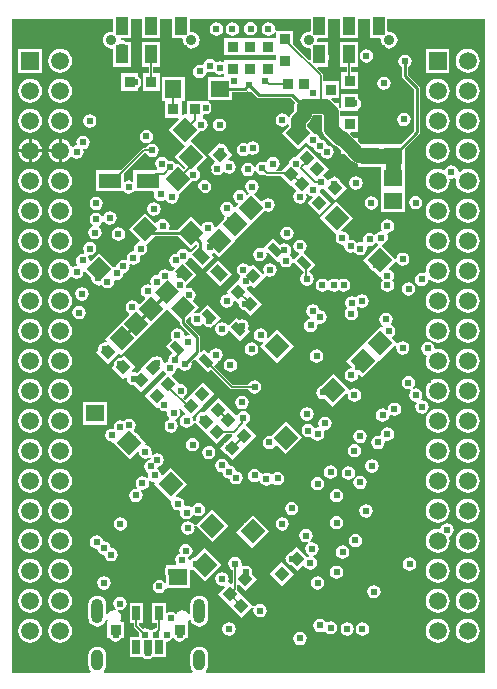
<source format=gbl>
G04*
G04 #@! TF.GenerationSoftware,Altium Limited,Altium Designer,20.1.12 (249)*
G04*
G04 Layer_Physical_Order=4*
G04 Layer_Color=16711680*
%FSLAX25Y25*%
%MOIN*%
G70*
G04*
G04 #@! TF.SameCoordinates,D38EF606-D903-4ADC-9098-C18FB5F004BE*
G04*
G04*
G04 #@! TF.FilePolarity,Positive*
G04*
G01*
G75*
%ADD56R,0.02559X0.04724*%
%ADD57C,0.01000*%
%ADD58C,0.00500*%
%ADD59C,0.03543*%
%ADD60C,0.05906*%
%ADD61R,0.05906X0.05906*%
%ADD62O,0.03937X0.08268*%
%ADD63O,0.03937X0.07087*%
%ADD64C,0.02400*%
G04:AMPARAMS|DCode=65|XSize=59.06mil|YSize=57.09mil|CornerRadius=0mil|HoleSize=0mil|Usage=FLASHONLY|Rotation=45.000|XOffset=0mil|YOffset=0mil|HoleType=Round|Shape=Rectangle|*
%AMROTATEDRECTD65*
4,1,4,-0.00070,-0.04106,-0.04106,-0.00070,0.00070,0.04106,0.04106,0.00070,-0.00070,-0.04106,0.0*
%
%ADD65ROTATEDRECTD65*%

%ADD66R,0.03740X0.03543*%
G04:AMPARAMS|DCode=67|XSize=37.4mil|YSize=35.43mil|CornerRadius=0mil|HoleSize=0mil|Usage=FLASHONLY|Rotation=135.000|XOffset=0mil|YOffset=0mil|HoleType=Round|Shape=Rectangle|*
%AMROTATEDRECTD67*
4,1,4,0.02575,-0.00070,0.00070,-0.02575,-0.02575,0.00070,-0.00070,0.02575,0.02575,-0.00070,0.0*
%
%ADD67ROTATEDRECTD67*%

%ADD68R,0.05906X0.05709*%
G04:AMPARAMS|DCode=69|XSize=59.06mil|YSize=57.09mil|CornerRadius=0mil|HoleSize=0mil|Usage=FLASHONLY|Rotation=135.000|XOffset=0mil|YOffset=0mil|HoleType=Round|Shape=Rectangle|*
%AMROTATEDRECTD69*
4,1,4,0.04106,-0.00070,0.00070,-0.04106,-0.04106,0.00070,-0.00070,0.04106,0.04106,-0.00070,0.0*
%
%ADD69ROTATEDRECTD69*%

%ADD70R,0.05866X0.05197*%
G04:AMPARAMS|DCode=71|XSize=37.4mil|YSize=35.43mil|CornerRadius=0mil|HoleSize=0mil|Usage=FLASHONLY|Rotation=225.000|XOffset=0mil|YOffset=0mil|HoleType=Round|Shape=Rectangle|*
%AMROTATEDRECTD71*
4,1,4,0.00070,0.02575,0.02575,0.00070,-0.00070,-0.02575,-0.02575,-0.00070,0.00070,0.02575,0.0*
%
%ADD71ROTATEDRECTD71*%

G04:AMPARAMS|DCode=72|XSize=25.59mil|YSize=43.31mil|CornerRadius=0mil|HoleSize=0mil|Usage=FLASHONLY|Rotation=45.000|XOffset=0mil|YOffset=0mil|HoleType=Round|Shape=Rectangle|*
%AMROTATEDRECTD72*
4,1,4,0.00626,-0.02436,-0.02436,0.00626,-0.00626,0.02436,0.02436,-0.00626,0.00626,-0.02436,0.0*
%
%ADD72ROTATEDRECTD72*%

%ADD73R,0.03543X0.03740*%
%ADD74R,0.05709X0.05906*%
G04:AMPARAMS|DCode=75|XSize=58.66mil|YSize=51.97mil|CornerRadius=0mil|HoleSize=0mil|Usage=FLASHONLY|Rotation=225.000|XOffset=0mil|YOffset=0mil|HoleType=Round|Shape=Rectangle|*
%AMROTATEDRECTD75*
4,1,4,0.00237,0.03911,0.03911,0.00237,-0.00237,-0.03911,-0.03911,-0.00237,0.00237,0.03911,0.0*
%
%ADD75ROTATEDRECTD75*%

G04:AMPARAMS|DCode=76|XSize=47.24mil|YSize=35.43mil|CornerRadius=0mil|HoleSize=0mil|Usage=FLASHONLY|Rotation=315.000|XOffset=0mil|YOffset=0mil|HoleType=Round|Shape=Rectangle|*
%AMROTATEDRECTD76*
4,1,4,-0.02923,0.00418,-0.00418,0.02923,0.02923,-0.00418,0.00418,-0.02923,-0.02923,0.00418,0.0*
%
%ADD76ROTATEDRECTD76*%

%ADD77R,0.07480X0.05118*%
%ADD78R,0.03937X0.06299*%
%ADD79C,0.05000*%
G36*
X158646Y803D02*
X65570D01*
X65441Y1303D01*
X65861Y1849D01*
X66160Y2572D01*
X66262Y3347D01*
Y6496D01*
X66160Y7271D01*
X65861Y7993D01*
X65385Y8613D01*
X64765Y9089D01*
X64043Y9388D01*
X63268Y9490D01*
X62493Y9388D01*
X61771Y9089D01*
X61150Y8613D01*
X60675Y7993D01*
X60376Y7271D01*
X60274Y6496D01*
Y3347D01*
X60376Y2572D01*
X60675Y1849D01*
X61094Y1303D01*
X60965Y803D01*
X31554D01*
X31425Y1303D01*
X31845Y1849D01*
X32144Y2572D01*
X32246Y3347D01*
Y6496D01*
X32144Y7271D01*
X31845Y7993D01*
X31369Y8613D01*
X30749Y9089D01*
X30027Y9388D01*
X29252Y9490D01*
X28477Y9388D01*
X27755Y9089D01*
X27135Y8613D01*
X26659Y7993D01*
X26360Y7271D01*
X26258Y6496D01*
Y3347D01*
X26360Y2572D01*
X26659Y1849D01*
X27078Y1303D01*
X26950Y803D01*
X803D01*
Y218685D01*
X34433D01*
Y214713D01*
X34057Y214384D01*
X33858Y214410D01*
X33135Y214315D01*
X32460Y214035D01*
X31881Y213591D01*
X31437Y213012D01*
X31158Y212338D01*
X31063Y211614D01*
X31158Y210891D01*
X31437Y210216D01*
X31881Y209637D01*
X32460Y209193D01*
X33135Y208914D01*
X33858Y208819D01*
X34057Y208845D01*
X34433Y208515D01*
Y202740D01*
X40370D01*
Y211039D01*
X38981D01*
X38260Y211521D01*
X37588Y211655D01*
X37270Y212059D01*
X37231Y212168D01*
X37238Y212189D01*
X40370D01*
Y218685D01*
X44276D01*
Y212189D01*
X50213D01*
Y218685D01*
X54118D01*
Y212189D01*
X57531D01*
X57860Y211813D01*
X57834Y211614D01*
X57930Y210891D01*
X58209Y210216D01*
X58653Y209637D01*
X59232Y209193D01*
X59906Y208914D01*
X60630Y208819D01*
X61353Y208914D01*
X62028Y209193D01*
X62607Y209637D01*
X63051Y210216D01*
X63330Y210891D01*
X63425Y211614D01*
X63330Y212338D01*
X63051Y213012D01*
X62607Y213591D01*
X62028Y214035D01*
X61353Y214315D01*
X60630Y214410D01*
X60431Y214384D01*
X60055Y214713D01*
Y218685D01*
X100378D01*
Y214713D01*
X100002Y214384D01*
X99803Y214410D01*
X99080Y214315D01*
X98405Y214035D01*
X97826Y213591D01*
X97382Y213012D01*
X97103Y212338D01*
X97008Y211614D01*
X97103Y210891D01*
X97382Y210216D01*
X97826Y209637D01*
X98405Y209193D01*
X99080Y208914D01*
X99803Y208819D01*
X100002Y208845D01*
X100378Y208515D01*
Y205097D01*
X99916Y204906D01*
X94602Y210219D01*
Y214779D01*
X89087D01*
Y214779D01*
X88808Y214902D01*
X88549Y215288D01*
X88562Y215354D01*
X88391Y216213D01*
X87905Y216940D01*
X87177Y217427D01*
X86319Y217597D01*
X85461Y217427D01*
X84733Y216940D01*
X84247Y216213D01*
X84076Y215354D01*
X84247Y214496D01*
X84733Y213768D01*
X85461Y213282D01*
X86319Y213111D01*
X87177Y213282D01*
X87905Y213768D01*
X88101Y214061D01*
X88780Y214187D01*
X88862Y214129D01*
Y212221D01*
X83685D01*
X83350Y212221D01*
X82850Y212221D01*
X77780D01*
X77445Y212221D01*
X76945Y212221D01*
X71539D01*
Y206677D01*
X76945D01*
X77280Y206677D01*
X77780Y206677D01*
X82850D01*
X83185Y206677D01*
X83685Y206677D01*
X88862D01*
Y204937D01*
X83685D01*
X83350Y204937D01*
X82850Y204937D01*
X77780D01*
X77445Y204937D01*
X76945Y204937D01*
X71539D01*
Y204526D01*
X71098Y204291D01*
X70883Y204434D01*
X70025Y204605D01*
X69166Y204434D01*
X68855Y204227D01*
X68515Y204736D01*
X67787Y205222D01*
X66929Y205393D01*
X66071Y205222D01*
X65343Y204736D01*
X64857Y204008D01*
X64758Y203512D01*
X64244Y203253D01*
X63386Y203424D01*
X62527Y203253D01*
X61800Y202767D01*
X61313Y202040D01*
X61143Y201181D01*
X61313Y200323D01*
X61800Y199595D01*
X62527Y199109D01*
X63386Y198938D01*
X64244Y199109D01*
X64972Y199595D01*
X65458Y200323D01*
X65557Y200819D01*
X66071Y201077D01*
X66929Y200906D01*
X67787Y201077D01*
X68098Y201285D01*
X68438Y200776D01*
X69166Y200290D01*
X70025Y200119D01*
X70883Y200290D01*
X71098Y200434D01*
X71539Y200198D01*
Y199394D01*
X71108Y199228D01*
X66126D01*
Y191716D01*
X65723Y191286D01*
X65381Y191354D01*
X64914Y191261D01*
X64681Y191453D01*
Y191453D01*
X59138D01*
Y187156D01*
X58676Y186964D01*
X58411Y187229D01*
X57860Y186678D01*
X57398Y186869D01*
Y191323D01*
X58480D01*
Y199228D01*
X50772D01*
Y191323D01*
X51854D01*
Y185713D01*
X56241D01*
X56432Y185251D01*
X52960Y181779D01*
X58472Y176267D01*
X54897Y172691D01*
X58710Y168878D01*
X58341Y168509D01*
X56156Y170694D01*
X55858Y170396D01*
X55360Y170445D01*
X55153Y170755D01*
X54425Y171242D01*
X53567Y171412D01*
X52875Y171275D01*
X52860Y171349D01*
X52373Y172077D01*
X51646Y172563D01*
X50787Y172734D01*
X49929Y172563D01*
X49201Y172077D01*
X48715Y171349D01*
X48544Y170491D01*
X48715Y169632D01*
X49201Y168905D01*
X49324Y168823D01*
X49172Y168323D01*
X41323D01*
Y164733D01*
X40882Y164497D01*
X40622Y164671D01*
X39764Y164841D01*
X38905Y164671D01*
X38646Y164497D01*
X38205Y164733D01*
Y167241D01*
X44984Y174021D01*
X45178Y174029D01*
X45534Y173977D01*
X45976Y173316D01*
X46703Y172829D01*
X47562Y172659D01*
X48420Y172829D01*
X49148Y173316D01*
X49634Y174043D01*
X49805Y174902D01*
X49634Y175760D01*
X49148Y176488D01*
X48420Y176974D01*
X47562Y177145D01*
X46703Y176974D01*
X45976Y176488D01*
X45489Y175760D01*
X45471Y175666D01*
X44783D01*
X44491Y175608D01*
X44243Y175442D01*
X37123Y168323D01*
X28724D01*
Y161205D01*
X38049D01*
X38178Y161012D01*
X38905Y160526D01*
X39764Y160355D01*
X40622Y160526D01*
X41350Y161012D01*
X41478Y161205D01*
X47841D01*
X48246Y160705D01*
X48152Y160236D01*
X48323Y159378D01*
X48809Y158650D01*
X49537Y158164D01*
X50396Y157993D01*
X51254Y158164D01*
X51697Y158460D01*
X52124Y158516D01*
X52327Y158326D01*
X52680Y157798D01*
X53408Y157312D01*
X54266Y157141D01*
X55124Y157312D01*
X55852Y157798D01*
X56338Y158526D01*
X56509Y159384D01*
X56383Y160019D01*
X61012Y164649D01*
X61319Y164588D01*
X62177Y164758D01*
X62905Y165245D01*
X63391Y165972D01*
X63562Y166831D01*
X63391Y167689D01*
X62905Y168417D01*
X62572Y168640D01*
X62523Y169137D01*
X65938Y172552D01*
X60426Y178064D01*
X63616Y181254D01*
X63779Y181221D01*
X64638Y181392D01*
X65366Y181878D01*
X65852Y182606D01*
X66023Y183465D01*
X65852Y184323D01*
X65366Y185051D01*
X64954Y185326D01*
X64681Y185713D01*
Y186613D01*
X65068Y186930D01*
X65381Y186868D01*
X66240Y187039D01*
X66967Y187525D01*
X67453Y188253D01*
X67624Y189111D01*
X67453Y189969D01*
X66967Y190697D01*
X66484Y191020D01*
X66636Y191520D01*
X74032D01*
Y194354D01*
X78405D01*
X78796Y194432D01*
X79057Y194607D01*
X79161Y194537D01*
X80020Y194366D01*
X80688Y194499D01*
X82503Y192684D01*
X82833Y192464D01*
X83224Y192386D01*
X93869D01*
X95161Y191094D01*
Y190674D01*
X95109Y190547D01*
X95006Y189764D01*
Y188153D01*
X94067Y187214D01*
X93586Y186587D01*
X93411Y186165D01*
X92847Y186110D01*
X92531Y186583D01*
X91803Y187069D01*
X90945Y187240D01*
X90087Y187069D01*
X89359Y186583D01*
X88872Y185855D01*
X88702Y184997D01*
X88872Y184139D01*
X89359Y183411D01*
X90087Y182924D01*
X90945Y182754D01*
X91803Y182924D01*
X92531Y183411D01*
X92680Y183634D01*
X93125Y183500D01*
X93176Y183018D01*
X90755Y180597D01*
X96346Y175007D01*
X98669Y177331D01*
X99279Y177234D01*
X99595Y176760D01*
X100323Y176274D01*
X101181Y176103D01*
X101348Y176137D01*
X101471Y175519D01*
X101957Y174792D01*
X102685Y174305D01*
X103543Y174135D01*
X103710Y174168D01*
X103833Y173551D01*
X104319Y172823D01*
X105047Y172337D01*
X105905Y172166D01*
X106764Y172337D01*
X107492Y172823D01*
X107978Y173551D01*
X108149Y174409D01*
X107978Y175268D01*
X107492Y175996D01*
X106764Y176482D01*
X105905Y176653D01*
X105738Y176619D01*
X105615Y177236D01*
X105129Y177964D01*
X104402Y178450D01*
X103543Y178621D01*
X103376Y178587D01*
X103253Y179205D01*
X102767Y179933D01*
X102040Y180419D01*
X101785Y180469D01*
X99232Y183022D01*
Y183820D01*
X100171Y184759D01*
X100652Y185386D01*
X100954Y186116D01*
X101036Y186738D01*
X103865D01*
X104061Y186542D01*
Y182076D01*
X104164Y181293D01*
X104466Y180563D01*
X104947Y179937D01*
X108133Y176750D01*
X108760Y176269D01*
X109490Y175967D01*
X109522Y175963D01*
X110516Y174969D01*
Y173606D01*
X111878D01*
X114140Y171345D01*
X114767Y170864D01*
X115496Y170562D01*
X116126Y170479D01*
Y169276D01*
X123539D01*
X124020Y169228D01*
Y162091D01*
X124020Y162031D01*
Y161591D01*
X124020Y161531D01*
Y154394D01*
X131886D01*
Y161531D01*
X131886Y161591D01*
Y162031D01*
X131886Y162091D01*
Y169228D01*
X131886D01*
X131905Y169276D01*
X131905Y169276D01*
X131905Y169720D01*
Y175542D01*
X136646Y180283D01*
X136867Y180614D01*
X136945Y181004D01*
Y195571D01*
X136867Y195961D01*
X136646Y196292D01*
X132909Y200029D01*
Y202563D01*
X133476Y202941D01*
X133962Y203669D01*
X134133Y204527D01*
X133962Y205386D01*
X133476Y206114D01*
X132748Y206600D01*
X131890Y206771D01*
X131031Y206600D01*
X130304Y206114D01*
X129817Y205386D01*
X129647Y204527D01*
X129817Y203669D01*
X130304Y202941D01*
X130870Y202563D01*
Y199606D01*
X130948Y199216D01*
X131169Y198885D01*
X134906Y195149D01*
Y181426D01*
X130464Y176984D01*
X117059D01*
X116256Y177787D01*
Y179150D01*
X114893D01*
X113615Y180428D01*
X113807Y180890D01*
X116256D01*
Y186433D01*
X110516D01*
X110113Y186667D01*
Y187795D01*
X110104Y187863D01*
X110580Y188075D01*
X116256D01*
Y188771D01*
X116547Y188965D01*
X117033Y189693D01*
X117204Y190551D01*
X117033Y191410D01*
X116547Y192137D01*
X116256Y192332D01*
Y193618D01*
X110516D01*
Y189153D01*
X110016Y188954D01*
X109957Y189016D01*
Y190567D01*
X108594D01*
X107354Y191807D01*
X107490Y192307D01*
X109957D01*
Y197850D01*
X104603D01*
Y199902D01*
X104545Y200194D01*
X104379Y200442D01*
X104379Y200442D01*
X102543Y202278D01*
X102735Y202740D01*
X106315D01*
Y204915D01*
X106403Y205047D01*
X106574Y205906D01*
X106403Y206764D01*
X106315Y206896D01*
Y211039D01*
X102902D01*
X102573Y211415D01*
X102599Y211614D01*
X102573Y211813D01*
X102902Y212189D01*
X106315D01*
Y218685D01*
X110221D01*
Y212189D01*
X116157D01*
Y218685D01*
X120063D01*
Y212189D01*
X123476D01*
X123805Y211813D01*
X123779Y211614D01*
X123874Y210891D01*
X124154Y210216D01*
X124598Y209637D01*
X125177Y209193D01*
X125851Y208914D01*
X126575Y208819D01*
X127298Y208914D01*
X127973Y209193D01*
X128552Y209637D01*
X128996Y210216D01*
X129275Y210891D01*
X129370Y211614D01*
X129275Y212338D01*
X128996Y213012D01*
X128552Y213591D01*
X127973Y214035D01*
X127298Y214315D01*
X126575Y214410D01*
X126376Y214384D01*
X126000Y214713D01*
Y218685D01*
X158646D01*
X158646Y803D01*
D02*
G37*
%LPC*%
G36*
X80413Y217696D02*
X79555Y217525D01*
X78827Y217039D01*
X78341Y216311D01*
X78170Y215453D01*
X78341Y214594D01*
X78827Y213867D01*
X79555Y213380D01*
X80413Y213210D01*
X81272Y213380D01*
X81999Y213867D01*
X82486Y214594D01*
X82657Y215453D01*
X82486Y216311D01*
X81999Y217039D01*
X81272Y217525D01*
X80413Y217696D01*
D02*
G37*
G36*
X74311Y217597D02*
X73453Y217427D01*
X72725Y216940D01*
X72239Y216213D01*
X72068Y215354D01*
X72239Y214496D01*
X72725Y213768D01*
X73453Y213282D01*
X74311Y213111D01*
X75169Y213282D01*
X75897Y213768D01*
X76383Y214496D01*
X76554Y215354D01*
X76383Y216213D01*
X75897Y216940D01*
X75169Y217427D01*
X74311Y217597D01*
D02*
G37*
G36*
X68996D02*
X68138Y217427D01*
X67410Y216940D01*
X66924Y216213D01*
X66753Y215354D01*
X66924Y214496D01*
X67410Y213768D01*
X68138Y213282D01*
X68996Y213111D01*
X69854Y213282D01*
X70582Y213768D01*
X71068Y214496D01*
X71239Y215354D01*
X71068Y216213D01*
X70582Y216940D01*
X69854Y217427D01*
X68996Y217597D01*
D02*
G37*
G36*
X118996Y208641D02*
X118138Y208470D01*
X117410Y207984D01*
X116924Y207256D01*
X116753Y206398D01*
X116924Y205539D01*
X117410Y204812D01*
X118138Y204325D01*
X118996Y204154D01*
X119854Y204325D01*
X120582Y204812D01*
X121068Y205539D01*
X121239Y206398D01*
X121068Y207256D01*
X120582Y207984D01*
X119854Y208470D01*
X118996Y208641D01*
D02*
G37*
G36*
X146669Y208717D02*
X138764D01*
Y200811D01*
X146669D01*
Y208717D01*
D02*
G37*
G36*
X10842D02*
X2937D01*
Y200811D01*
X10842D01*
Y208717D01*
D02*
G37*
G36*
X152717Y208751D02*
X151685Y208615D01*
X150723Y208217D01*
X149897Y207583D01*
X149264Y206757D01*
X148865Y205796D01*
X148730Y204764D01*
X148865Y203732D01*
X149264Y202770D01*
X149897Y201945D01*
X150723Y201311D01*
X151685Y200913D01*
X152717Y200777D01*
X153748Y200913D01*
X154710Y201311D01*
X155536Y201945D01*
X156169Y202770D01*
X156568Y203732D01*
X156703Y204764D01*
X156568Y205796D01*
X156169Y206757D01*
X155536Y207583D01*
X154710Y208217D01*
X153748Y208615D01*
X152717Y208751D01*
D02*
G37*
G36*
X16890D02*
X15858Y208615D01*
X14896Y208217D01*
X14071Y207583D01*
X13437Y206757D01*
X13039Y205796D01*
X12903Y204764D01*
X13039Y203732D01*
X13437Y202770D01*
X14071Y201945D01*
X14896Y201311D01*
X15858Y200913D01*
X16890Y200777D01*
X17922Y200913D01*
X18883Y201311D01*
X19709Y201945D01*
X20343Y202770D01*
X20741Y203732D01*
X20877Y204764D01*
X20741Y205796D01*
X20343Y206757D01*
X19709Y207583D01*
X18883Y208217D01*
X17922Y208615D01*
X16890Y208751D01*
D02*
G37*
G36*
X116157Y211039D02*
X110221D01*
Y202740D01*
X112424D01*
Y200902D01*
X110516D01*
Y195358D01*
X116256D01*
Y200902D01*
X113954D01*
Y202740D01*
X116157D01*
Y211039D01*
D02*
G37*
G36*
X124803Y199487D02*
X123945Y199316D01*
X123217Y198830D01*
X122731Y198102D01*
X122560Y197244D01*
X122731Y196386D01*
X123217Y195658D01*
X123945Y195172D01*
X124803Y195001D01*
X125662Y195172D01*
X126389Y195658D01*
X126875Y196386D01*
X127046Y197244D01*
X126875Y198102D01*
X126389Y198830D01*
X125662Y199316D01*
X124803Y199487D01*
D02*
G37*
G36*
X50213Y211039D02*
X44276D01*
Y202740D01*
X46479D01*
Y200508D01*
X44571D01*
Y194768D01*
X50114D01*
Y200508D01*
X48009D01*
Y202740D01*
X50213D01*
Y211039D01*
D02*
G37*
G36*
X42831Y200508D02*
X37287D01*
Y194768D01*
X42831D01*
Y195726D01*
X43318Y196052D01*
X43805Y196779D01*
X43975Y197638D01*
X43805Y198496D01*
X43318Y199224D01*
X42831Y199550D01*
Y200508D01*
D02*
G37*
G36*
X152717Y198751D02*
X151685Y198615D01*
X150723Y198216D01*
X149897Y197583D01*
X149264Y196757D01*
X148865Y195796D01*
X148730Y194764D01*
X148865Y193732D01*
X149264Y192770D01*
X149897Y191945D01*
X150723Y191311D01*
X151685Y190913D01*
X152717Y190777D01*
X153748Y190913D01*
X154710Y191311D01*
X155536Y191945D01*
X156169Y192770D01*
X156568Y193732D01*
X156703Y194764D01*
X156568Y195796D01*
X156169Y196757D01*
X155536Y197583D01*
X154710Y198216D01*
X153748Y198615D01*
X152717Y198751D01*
D02*
G37*
G36*
X142717D02*
X141685Y198615D01*
X140723Y198216D01*
X139897Y197583D01*
X139264Y196757D01*
X138865Y195796D01*
X138730Y194764D01*
X138865Y193732D01*
X139264Y192770D01*
X139897Y191945D01*
X140723Y191311D01*
X141685Y190913D01*
X142717Y190777D01*
X143748Y190913D01*
X144710Y191311D01*
X145536Y191945D01*
X146169Y192770D01*
X146568Y193732D01*
X146703Y194764D01*
X146568Y195796D01*
X146169Y196757D01*
X145536Y197583D01*
X144710Y198216D01*
X143748Y198615D01*
X142717Y198751D01*
D02*
G37*
G36*
X16890D02*
X15858Y198615D01*
X14896Y198216D01*
X14071Y197583D01*
X13437Y196757D01*
X13039Y195796D01*
X12903Y194764D01*
X13039Y193732D01*
X13437Y192770D01*
X14071Y191945D01*
X14896Y191311D01*
X15858Y190913D01*
X16890Y190777D01*
X17922Y190913D01*
X18883Y191311D01*
X19709Y191945D01*
X20343Y192770D01*
X20741Y193732D01*
X20877Y194764D01*
X20741Y195796D01*
X20343Y196757D01*
X19709Y197583D01*
X18883Y198216D01*
X17922Y198615D01*
X16890Y198751D01*
D02*
G37*
G36*
X6890D02*
X5858Y198615D01*
X4896Y198216D01*
X4071Y197583D01*
X3437Y196757D01*
X3039Y195796D01*
X2903Y194764D01*
X3039Y193732D01*
X3437Y192770D01*
X4071Y191945D01*
X4896Y191311D01*
X5858Y190913D01*
X6890Y190777D01*
X7922Y190913D01*
X8883Y191311D01*
X9709Y191945D01*
X10343Y192770D01*
X10741Y193732D01*
X10877Y194764D01*
X10741Y195796D01*
X10343Y196757D01*
X9709Y197583D01*
X8883Y198216D01*
X7922Y198615D01*
X6890Y198751D01*
D02*
G37*
G36*
X131496Y187479D02*
X130638Y187309D01*
X129910Y186822D01*
X129424Y186095D01*
X129253Y185236D01*
X129424Y184378D01*
X129910Y183650D01*
X130638Y183164D01*
X131496Y182993D01*
X132354Y183164D01*
X133082Y183650D01*
X133568Y184378D01*
X133739Y185236D01*
X133568Y186095D01*
X133082Y186822D01*
X132354Y187309D01*
X131496Y187479D01*
D02*
G37*
G36*
X26772Y186889D02*
X25913Y186718D01*
X25185Y186232D01*
X24699Y185504D01*
X24529Y184646D01*
X24699Y183787D01*
X25185Y183060D01*
X25913Y182573D01*
X26772Y182403D01*
X27630Y182573D01*
X28358Y183060D01*
X28844Y183787D01*
X29015Y184646D01*
X28844Y185504D01*
X28358Y186232D01*
X27630Y186718D01*
X26772Y186889D01*
D02*
G37*
G36*
X70025Y185708D02*
X69166Y185537D01*
X68438Y185051D01*
X67952Y184323D01*
X67781Y183465D01*
X67952Y182606D01*
X68438Y181878D01*
X69166Y181392D01*
X70025Y181221D01*
X70883Y181392D01*
X71611Y181878D01*
X72097Y182606D01*
X72268Y183465D01*
X72097Y184323D01*
X71611Y185051D01*
X70883Y185537D01*
X70025Y185708D01*
D02*
G37*
G36*
X152717Y188751D02*
X151685Y188615D01*
X150723Y188216D01*
X149897Y187583D01*
X149264Y186757D01*
X148865Y185796D01*
X148730Y184764D01*
X148865Y183732D01*
X149264Y182770D01*
X149897Y181945D01*
X150723Y181311D01*
X151685Y180913D01*
X152717Y180777D01*
X153748Y180913D01*
X154710Y181311D01*
X155536Y181945D01*
X156169Y182770D01*
X156568Y183732D01*
X156703Y184764D01*
X156568Y185796D01*
X156169Y186757D01*
X155536Y187583D01*
X154710Y188216D01*
X153748Y188615D01*
X152717Y188751D01*
D02*
G37*
G36*
X142717D02*
X141685Y188615D01*
X140723Y188216D01*
X139897Y187583D01*
X139264Y186757D01*
X138865Y185796D01*
X138730Y184764D01*
X138865Y183732D01*
X139264Y182770D01*
X139897Y181945D01*
X140723Y181311D01*
X141685Y180913D01*
X142717Y180777D01*
X143748Y180913D01*
X144710Y181311D01*
X145536Y181945D01*
X146169Y182770D01*
X146568Y183732D01*
X146703Y184764D01*
X146568Y185796D01*
X146169Y186757D01*
X145536Y187583D01*
X144710Y188216D01*
X143748Y188615D01*
X142717Y188751D01*
D02*
G37*
G36*
X16890D02*
X15858Y188615D01*
X14896Y188216D01*
X14071Y187583D01*
X13437Y186757D01*
X13039Y185796D01*
X12903Y184764D01*
X13039Y183732D01*
X13437Y182770D01*
X14071Y181945D01*
X14896Y181311D01*
X15858Y180913D01*
X16890Y180777D01*
X17922Y180913D01*
X18883Y181311D01*
X19709Y181945D01*
X20343Y182770D01*
X20741Y183732D01*
X20877Y184764D01*
X20741Y185796D01*
X20343Y186757D01*
X19709Y187583D01*
X18883Y188216D01*
X17922Y188615D01*
X16890Y188751D01*
D02*
G37*
G36*
X6890D02*
X5858Y188615D01*
X4896Y188216D01*
X4071Y187583D01*
X3437Y186757D01*
X3039Y185796D01*
X2903Y184764D01*
X3039Y183732D01*
X3437Y182770D01*
X4071Y181945D01*
X4896Y181311D01*
X5858Y180913D01*
X6890Y180777D01*
X7922Y180913D01*
X8883Y181311D01*
X9709Y181945D01*
X10343Y182770D01*
X10741Y183732D01*
X10877Y184764D01*
X10741Y185796D01*
X10343Y186757D01*
X9709Y187583D01*
X8883Y188216D01*
X7922Y188615D01*
X6890Y188751D01*
D02*
G37*
G36*
X45669Y181771D02*
X44811Y181600D01*
X44083Y181114D01*
X43597Y180386D01*
X43426Y179528D01*
X43597Y178669D01*
X44083Y177942D01*
X44811Y177455D01*
X45669Y177285D01*
X46528Y177455D01*
X47255Y177942D01*
X47742Y178669D01*
X47912Y179528D01*
X47742Y180386D01*
X47255Y181114D01*
X46528Y181600D01*
X45669Y181771D01*
D02*
G37*
G36*
X81102Y177834D02*
X80244Y177663D01*
X79516Y177177D01*
X79341Y176915D01*
X78811Y177269D01*
X77953Y177440D01*
X77094Y177269D01*
X76367Y176783D01*
X75880Y176055D01*
X75709Y175197D01*
X75880Y174338D01*
X76367Y173610D01*
X77094Y173124D01*
X77953Y172953D01*
X78811Y173124D01*
X79539Y173610D01*
X79714Y173872D01*
X80244Y173518D01*
X81102Y173347D01*
X81961Y173518D01*
X82688Y174004D01*
X83175Y174732D01*
X83346Y175591D01*
X83175Y176449D01*
X82688Y177177D01*
X81961Y177663D01*
X81102Y177834D01*
D02*
G37*
G36*
X24545Y179802D02*
X23686Y179631D01*
X22959Y179145D01*
X22472Y178418D01*
X22302Y177559D01*
X22391Y177110D01*
X22453Y176695D01*
X22028Y176567D01*
X21601Y176482D01*
X21128Y176166D01*
X20528Y176310D01*
X20343Y176757D01*
X19709Y177583D01*
X18883Y178217D01*
X17922Y178615D01*
X17390Y178685D01*
Y174764D01*
Y170843D01*
X17922Y170913D01*
X18883Y171311D01*
X19709Y171945D01*
X20324Y172746D01*
X20377Y172806D01*
X20801Y172847D01*
X20899Y172806D01*
X21601Y172337D01*
X22459Y172166D01*
X23318Y172337D01*
X24046Y172823D01*
X24532Y173551D01*
X24702Y174409D01*
X24613Y174859D01*
X24551Y175274D01*
X24976Y175402D01*
X25403Y175487D01*
X26131Y175973D01*
X26617Y176701D01*
X26788Y177559D01*
X26617Y178418D01*
X26131Y179145D01*
X25403Y179631D01*
X24545Y179802D01*
D02*
G37*
G36*
X16390Y178685D02*
X15858Y178615D01*
X14896Y178217D01*
X14071Y177583D01*
X13437Y176757D01*
X13039Y175796D01*
X12969Y175264D01*
X16390D01*
Y178685D01*
D02*
G37*
G36*
X7390D02*
Y175264D01*
X10811D01*
X10741Y175796D01*
X10343Y176757D01*
X9709Y177583D01*
X8883Y178217D01*
X7922Y178615D01*
X7390Y178685D01*
D02*
G37*
G36*
X6390D02*
X5858Y178615D01*
X4896Y178217D01*
X4071Y177583D01*
X3437Y176757D01*
X3039Y175796D01*
X2969Y175264D01*
X6390D01*
Y178685D01*
D02*
G37*
G36*
X98962Y176249D02*
X95441Y172728D01*
X95410Y172734D01*
X94552Y172563D01*
X93824Y172077D01*
X93338Y171349D01*
X93167Y170491D01*
X93173Y170460D01*
X90657Y167944D01*
X88998D01*
X88945Y168024D01*
X89079Y168703D01*
X89381Y168905D01*
X89868Y169632D01*
X90038Y170491D01*
X89868Y171349D01*
X89381Y172077D01*
X88654Y172563D01*
X87795Y172734D01*
X86937Y172563D01*
X86209Y172077D01*
X85723Y171349D01*
X85672Y171095D01*
X85210Y170903D01*
X85110Y170970D01*
X84252Y171141D01*
X83394Y170970D01*
X82666Y170484D01*
X82180Y169756D01*
X82105Y169384D01*
X81639Y169364D01*
X81593Y169372D01*
X81114Y170090D01*
X80386Y170576D01*
X79528Y170747D01*
X78669Y170576D01*
X77941Y170090D01*
X77455Y169362D01*
X77284Y168504D01*
X77455Y167646D01*
X77941Y166918D01*
X78669Y166432D01*
X79528Y166261D01*
X80386Y166432D01*
X81114Y166918D01*
X81600Y167646D01*
X81674Y168018D01*
X82140Y168038D01*
X82186Y168029D01*
X82666Y167312D01*
X83394Y166825D01*
X84252Y166655D01*
X85110Y166825D01*
X85190Y166878D01*
X85429Y166639D01*
X85677Y166473D01*
X85970Y166415D01*
X90657D01*
X93951Y163121D01*
X95501Y161571D01*
X95452Y161074D01*
X95317Y160984D01*
X94831Y160256D01*
X94660Y159398D01*
X94831Y158539D01*
X95317Y157811D01*
X96045Y157325D01*
X96903Y157155D01*
X97762Y157325D01*
X98489Y157811D01*
X98976Y158539D01*
X99146Y159398D01*
X98976Y160256D01*
X99393Y160528D01*
X99595Y160225D01*
X100323Y159739D01*
X100917Y159620D01*
X101082Y159078D01*
X99341Y157337D01*
X103400Y153278D01*
X107320Y157198D01*
X103444Y161073D01*
X103493Y161635D01*
X103869Y161944D01*
X103937Y161930D01*
X104795Y162101D01*
X104845Y162134D01*
X108550Y158428D01*
X112470Y162348D01*
X110375Y164443D01*
X110340Y164619D01*
X109854Y165347D01*
X109126Y165833D01*
X108949Y165868D01*
X108411Y166407D01*
X107944Y165940D01*
X107409Y165833D01*
X106682Y165347D01*
X106508Y165087D01*
X106333Y165068D01*
X105939Y165136D01*
X105523Y165759D01*
X104840Y166216D01*
X104759Y166341D01*
X104643Y166726D01*
X106564Y168647D01*
X102506Y172706D01*
X98962Y176249D01*
D02*
G37*
G36*
X16390Y174264D02*
X12969D01*
X13039Y173732D01*
X13437Y172770D01*
X14071Y171945D01*
X14896Y171311D01*
X15858Y170913D01*
X16390Y170843D01*
Y174264D01*
D02*
G37*
G36*
X10811D02*
X7390D01*
Y170843D01*
X7922Y170913D01*
X8883Y171311D01*
X9709Y171945D01*
X10343Y172770D01*
X10741Y173732D01*
X10811Y174264D01*
D02*
G37*
G36*
X6390D02*
X2969D01*
X3039Y173732D01*
X3437Y172770D01*
X4071Y171945D01*
X4896Y171311D01*
X5858Y170913D01*
X6390Y170843D01*
Y174264D01*
D02*
G37*
G36*
X152717Y178751D02*
X151685Y178615D01*
X150723Y178217D01*
X149897Y177583D01*
X149264Y176757D01*
X148865Y175796D01*
X148730Y174764D01*
X148865Y173732D01*
X149264Y172770D01*
X149897Y171945D01*
X150723Y171311D01*
X151685Y170913D01*
X152717Y170777D01*
X153748Y170913D01*
X154710Y171311D01*
X155536Y171945D01*
X156169Y172770D01*
X156568Y173732D01*
X156703Y174764D01*
X156568Y175796D01*
X156169Y176757D01*
X155536Y177583D01*
X154710Y178217D01*
X153748Y178615D01*
X152717Y178751D01*
D02*
G37*
G36*
X142717D02*
X141685Y178615D01*
X140723Y178217D01*
X139897Y177583D01*
X139264Y176757D01*
X138865Y175796D01*
X138730Y174764D01*
X138865Y173732D01*
X139264Y172770D01*
X139897Y171945D01*
X140723Y171311D01*
X141685Y170913D01*
X142717Y170777D01*
X143748Y170913D01*
X144710Y171311D01*
X145536Y171945D01*
X146169Y172770D01*
X146568Y173732D01*
X146703Y174764D01*
X146568Y175796D01*
X146169Y176757D01*
X145536Y177583D01*
X144710Y178217D01*
X143748Y178615D01*
X142717Y178751D01*
D02*
G37*
G36*
X147343Y169960D02*
X146484Y169789D01*
X145756Y169303D01*
X145270Y168575D01*
X145238Y168411D01*
X144787Y168196D01*
X144691Y168225D01*
X143748Y168615D01*
X142717Y168751D01*
X141685Y168615D01*
X140723Y168217D01*
X139897Y167583D01*
X139264Y166757D01*
X138865Y165796D01*
X138730Y164764D01*
X138865Y163732D01*
X139264Y162770D01*
X139897Y161945D01*
X140723Y161311D01*
X141685Y160913D01*
X142717Y160777D01*
X143748Y160913D01*
X144710Y161311D01*
X145536Y161945D01*
X146169Y162770D01*
X146568Y163732D01*
X146703Y164764D01*
X146646Y165198D01*
X147011Y165539D01*
X147343Y165473D01*
X148201Y165644D01*
X148355Y165747D01*
X148821Y165457D01*
X148730Y164764D01*
X148865Y163732D01*
X149264Y162770D01*
X149897Y161945D01*
X150723Y161311D01*
X151685Y160913D01*
X152717Y160777D01*
X153748Y160913D01*
X154710Y161311D01*
X155536Y161945D01*
X156169Y162770D01*
X156568Y163732D01*
X156703Y164764D01*
X156568Y165796D01*
X156169Y166757D01*
X155536Y167583D01*
X154710Y168217D01*
X153748Y168615D01*
X152717Y168751D01*
X151685Y168615D01*
X150723Y168217D01*
X150059Y167707D01*
X150044Y167707D01*
X149565Y167896D01*
X149546Y167914D01*
X149415Y168575D01*
X148929Y169303D01*
X148201Y169789D01*
X147343Y169960D01*
D02*
G37*
G36*
X70222Y177430D02*
X69671Y176880D01*
X69651Y176875D01*
X68923Y176389D01*
X68437Y175662D01*
X68433Y175642D01*
X66302Y173511D01*
X68486Y171327D01*
X68340Y170766D01*
X67742Y170367D01*
X67256Y169639D01*
X67085Y168781D01*
X67256Y167922D01*
X67742Y167195D01*
X68470Y166708D01*
X69328Y166538D01*
X70187Y166708D01*
X70915Y167195D01*
X71148Y167544D01*
X71642Y167705D01*
X72370Y167219D01*
X73228Y167048D01*
X74087Y167219D01*
X74814Y167705D01*
X75301Y168433D01*
X75472Y169291D01*
X75301Y170150D01*
X74814Y170877D01*
X74087Y171364D01*
X73228Y171534D01*
X73132Y171515D01*
X72885Y171976D01*
X74281Y173372D01*
X72729Y174924D01*
X72582Y175662D01*
X72096Y176389D01*
X71368Y176875D01*
X70630Y177022D01*
X70222Y177430D01*
D02*
G37*
G36*
X115453Y166219D02*
X114594Y166049D01*
X113867Y165562D01*
X113380Y164835D01*
X113210Y163976D01*
X113380Y163118D01*
X113867Y162390D01*
X114594Y161904D01*
X115453Y161733D01*
X116311Y161904D01*
X117039Y162390D01*
X117525Y163118D01*
X117696Y163976D01*
X117525Y164835D01*
X117039Y165562D01*
X116311Y166049D01*
X115453Y166219D01*
D02*
G37*
G36*
X16890Y168751D02*
X15858Y168615D01*
X14896Y168217D01*
X14071Y167583D01*
X13437Y166757D01*
X13039Y165796D01*
X12903Y164764D01*
X13039Y163732D01*
X13437Y162770D01*
X14071Y161945D01*
X14896Y161311D01*
X15858Y160913D01*
X16890Y160777D01*
X17922Y160913D01*
X18883Y161311D01*
X19709Y161945D01*
X20343Y162770D01*
X20741Y163732D01*
X20877Y164764D01*
X20741Y165796D01*
X20343Y166757D01*
X19709Y167583D01*
X18883Y168217D01*
X17922Y168615D01*
X16890Y168751D01*
D02*
G37*
G36*
X6890D02*
X5858Y168615D01*
X4896Y168217D01*
X4071Y167583D01*
X3437Y166757D01*
X3039Y165796D01*
X2903Y164764D01*
X3039Y163732D01*
X3437Y162770D01*
X4071Y161945D01*
X4896Y161311D01*
X5858Y160913D01*
X6890Y160777D01*
X7922Y160913D01*
X8883Y161311D01*
X9709Y161945D01*
X10343Y162770D01*
X10741Y163732D01*
X10877Y164764D01*
X10741Y165796D01*
X10343Y166757D01*
X9709Y167583D01*
X8883Y168217D01*
X7922Y168615D01*
X6890Y168751D01*
D02*
G37*
G36*
X65026Y165057D02*
X64168Y164886D01*
X63440Y164400D01*
X62954Y163672D01*
X62783Y162814D01*
X62954Y161955D01*
X63440Y161228D01*
X64168Y160741D01*
X65026Y160571D01*
X65885Y160741D01*
X66612Y161228D01*
X67098Y161955D01*
X67269Y162814D01*
X67098Y163672D01*
X66612Y164400D01*
X65885Y164886D01*
X65026Y165057D01*
D02*
G37*
G36*
X80889D02*
X80030Y164886D01*
X79303Y164400D01*
X78816Y163672D01*
X78646Y162814D01*
X78816Y161955D01*
X79303Y161228D01*
X79625Y161012D01*
X79689Y160368D01*
X79346Y160026D01*
X78867Y160171D01*
X78844Y160289D01*
X78358Y161016D01*
X77630Y161503D01*
X76772Y161673D01*
X75913Y161503D01*
X75186Y161016D01*
X74699Y160289D01*
X74528Y159430D01*
X74699Y158572D01*
X75186Y157844D01*
X75913Y157358D01*
X76031Y157334D01*
X76176Y156856D01*
X75134Y155814D01*
X74597Y155949D01*
X74513Y156370D01*
X74027Y157098D01*
X73299Y157584D01*
X72441Y157755D01*
X71583Y157584D01*
X70855Y157098D01*
X70369Y156370D01*
X70198Y155512D01*
X70369Y154653D01*
X70855Y153926D01*
X71583Y153439D01*
X71633Y153429D01*
X71863Y152874D01*
X71568Y152433D01*
X71473Y151956D01*
X69660Y150143D01*
X69759Y150045D01*
X68932Y149218D01*
X68390Y149383D01*
X68312Y149775D01*
X67825Y150503D01*
X67098Y150989D01*
X66239Y151160D01*
X65381Y150989D01*
X64653Y150503D01*
X64259Y149912D01*
X63695Y149769D01*
X60519Y152945D01*
X55948Y148375D01*
X53414D01*
X53178Y148816D01*
X53253Y148929D01*
X53424Y149787D01*
X53253Y150646D01*
X52767Y151374D01*
X52039Y151860D01*
X51181Y152031D01*
X50323Y151860D01*
X49595Y151374D01*
X49285Y150910D01*
X48672Y150816D01*
X45345Y154142D01*
X39755Y148553D01*
X43473Y144835D01*
X43308Y144292D01*
X42844Y144200D01*
X42116Y143714D01*
X41630Y142986D01*
X41460Y142128D01*
X41547Y141688D01*
X41339Y141219D01*
X40480Y141049D01*
X39753Y140562D01*
X39266Y139835D01*
X39096Y138976D01*
X39182Y138541D01*
X38732Y138240D01*
X38654Y138293D01*
X37795Y138463D01*
X36937Y138293D01*
X36209Y137806D01*
X35723Y137079D01*
X35552Y136220D01*
X35585Y136053D01*
X34968Y135931D01*
X34775Y135801D01*
X29836Y140741D01*
X27084Y137989D01*
X26640Y138252D01*
X26482Y139047D01*
X26201Y139468D01*
X26501Y139918D01*
X26772Y139864D01*
X27630Y140035D01*
X28358Y140521D01*
X28844Y141249D01*
X29015Y142107D01*
X28844Y142966D01*
X28358Y143694D01*
X27630Y144180D01*
X26772Y144351D01*
X25913Y144180D01*
X25185Y143694D01*
X24699Y142966D01*
X24529Y142107D01*
X24699Y141249D01*
X24981Y140828D01*
X24680Y140378D01*
X24409Y140432D01*
X23551Y140261D01*
X22823Y139775D01*
X22337Y139047D01*
X22166Y138189D01*
X22337Y137331D01*
X22572Y136978D01*
X22528Y136815D01*
X22311Y136469D01*
X21583Y136324D01*
X21176Y136052D01*
X20561Y136230D01*
X20343Y136757D01*
X19709Y137583D01*
X18883Y138216D01*
X17922Y138615D01*
X16890Y138751D01*
X15858Y138615D01*
X14896Y138216D01*
X14071Y137583D01*
X13437Y136757D01*
X13039Y135796D01*
X12903Y134764D01*
X13039Y133732D01*
X13437Y132770D01*
X14071Y131945D01*
X14896Y131311D01*
X15858Y130913D01*
X16890Y130777D01*
X17922Y130913D01*
X18883Y131311D01*
X19709Y131945D01*
X20257Y132660D01*
X20810Y132732D01*
X20855Y132666D01*
X21583Y132179D01*
X22441Y132009D01*
X23299Y132179D01*
X24027Y132666D01*
X24513Y133393D01*
X24684Y134252D01*
X24676Y134291D01*
X25137Y134538D01*
X27302Y132372D01*
X27285Y132283D01*
X27455Y131425D01*
X27941Y130697D01*
X28669Y130211D01*
X29528Y130040D01*
X29616Y130058D01*
X29975Y129700D01*
X30210Y129935D01*
X30854Y129871D01*
X31091Y129516D01*
X31819Y129030D01*
X32677Y128859D01*
X33536Y129030D01*
X34263Y129516D01*
X34749Y130244D01*
X34920Y131102D01*
X34882Y131293D01*
X35307Y131719D01*
X35827Y131615D01*
X36685Y131786D01*
X37413Y132272D01*
X37899Y133000D01*
X38070Y133858D01*
X38037Y134025D01*
X38654Y134148D01*
X39381Y134634D01*
X39867Y135362D01*
X40038Y136220D01*
X39952Y136656D01*
X40402Y136957D01*
X40480Y136904D01*
X41339Y136733D01*
X42197Y136904D01*
X42925Y137390D01*
X43411Y138118D01*
X43582Y138976D01*
X43494Y139416D01*
X43703Y139885D01*
X44561Y140055D01*
X45289Y140542D01*
X45775Y141269D01*
X45946Y142128D01*
X45775Y142986D01*
X45501Y143396D01*
X48440Y146336D01*
X55948D01*
X60379Y141904D01*
X61845Y143370D01*
X62373Y143191D01*
X62412Y142895D01*
X60411Y140894D01*
X59777Y140967D01*
X59503Y141377D01*
X58775Y141863D01*
X57917Y142034D01*
X57058Y141863D01*
X56331Y141377D01*
X55844Y140649D01*
X55787Y140359D01*
X55512Y140414D01*
X54653Y140243D01*
X53926Y139757D01*
X53439Y139029D01*
X53269Y138171D01*
X53439Y137312D01*
X53926Y136584D01*
X54653Y136098D01*
X54935Y136042D01*
X55081Y135564D01*
X54078Y134561D01*
X53436Y134621D01*
X53400Y134676D01*
X52672Y135162D01*
X51814Y135333D01*
X50955Y135162D01*
X50228Y134676D01*
X49741Y133948D01*
X49606Y133267D01*
X49213Y133345D01*
X48354Y133175D01*
X47627Y132688D01*
X47140Y131961D01*
X46970Y131102D01*
X47097Y130464D01*
X46702Y130069D01*
X46063Y130196D01*
X45205Y130025D01*
X44477Y129539D01*
X43991Y128811D01*
X43820Y127953D01*
X43991Y127094D01*
X44477Y126367D01*
X45034Y125995D01*
X45164Y125418D01*
X43450Y123705D01*
X42832Y123793D01*
X42531Y124242D01*
X41803Y124729D01*
X40945Y124899D01*
X40086Y124729D01*
X39359Y124242D01*
X38873Y123515D01*
X38702Y122656D01*
X38873Y121798D01*
X39359Y121070D01*
X39809Y120770D01*
X39897Y120151D01*
X36802Y117056D01*
X31881Y112135D01*
X32631Y111386D01*
X32107Y110861D01*
X31890Y110905D01*
X31031Y110734D01*
X30304Y110248D01*
X29817Y109520D01*
X29647Y108661D01*
X29690Y108445D01*
X28869Y107624D01*
X32788Y103704D01*
X36550Y107466D01*
X37332Y106684D01*
X42253Y111606D01*
X47175Y116527D01*
X52602Y121954D01*
X56799Y117757D01*
Y117378D01*
X56876Y116988D01*
X57098Y116657D01*
X60110Y113645D01*
X59864Y113184D01*
X59449Y113267D01*
X58689Y113116D01*
X58469Y113195D01*
X58186Y113427D01*
X58043Y114146D01*
X57557Y114874D01*
X56829Y115360D01*
X55971Y115531D01*
X55112Y115360D01*
X54384Y114874D01*
X53898Y114146D01*
X53728Y113287D01*
X53898Y112429D01*
X54311Y111811D01*
X52119Y109618D01*
X54286Y107450D01*
X54165Y106865D01*
X53630Y106507D01*
X53144Y105780D01*
X52973Y104921D01*
X53055Y104512D01*
X52666Y104435D01*
X51939Y103948D01*
X51928Y103932D01*
X51910Y103932D01*
X51427Y104082D01*
X51285Y104795D01*
X50799Y105523D01*
X50071Y106009D01*
X49213Y106180D01*
X48354Y106009D01*
X48172Y105887D01*
X47888Y106171D01*
X43829Y102112D01*
X42451Y100734D01*
X42215Y100891D01*
X41357Y101062D01*
X41104Y101012D01*
X40857Y101472D01*
X41998Y102613D01*
X38078Y106532D01*
X37278Y105733D01*
X37008Y105786D01*
X36149Y105616D01*
X35422Y105129D01*
X34936Y104402D01*
X34765Y103543D01*
X34819Y103273D01*
X34019Y102473D01*
X37939Y98554D01*
X38704Y99319D01*
X39164Y99072D01*
X39114Y98819D01*
X39285Y97961D01*
X39771Y97233D01*
X40499Y96747D01*
X41357Y96576D01*
X41469Y96598D01*
X43812Y94255D01*
X47749Y98192D01*
X50995Y101438D01*
X51579Y101315D01*
X51939Y100776D01*
X52124Y100653D01*
X52173Y100155D01*
X48979Y96962D01*
X45042Y93025D01*
X48962Y89105D01*
X49052Y89195D01*
X49647Y89083D01*
X49989Y88571D01*
X50716Y88085D01*
X51575Y87914D01*
X52094Y88018D01*
X52519Y87592D01*
X52481Y87402D01*
X52652Y86543D01*
X53138Y85816D01*
X53312Y85699D01*
X53206Y85169D01*
X53079Y85143D01*
X52351Y84657D01*
X51865Y83929D01*
X51694Y83071D01*
X51865Y82213D01*
X52351Y81485D01*
X53079Y80998D01*
X53937Y80828D01*
X54795Y80998D01*
X55523Y81485D01*
X56009Y82213D01*
X56180Y83071D01*
X56009Y83929D01*
X55523Y84657D01*
X55349Y84773D01*
X55455Y85304D01*
X55583Y85329D01*
X56310Y85816D01*
X56797Y86543D01*
X56968Y87402D01*
X56797Y88260D01*
X56454Y88773D01*
X56440Y88794D01*
X56828Y89113D01*
X58678Y87263D01*
X58533Y86785D01*
X58197Y86718D01*
X57469Y86232D01*
X56983Y85504D01*
X56812Y84646D01*
X56983Y83787D01*
X57469Y83060D01*
X58197Y82573D01*
X59055Y82403D01*
X59913Y82573D01*
X60641Y83060D01*
X61121Y83778D01*
X61412Y84147D01*
X61412Y84147D01*
Y84147D01*
X61723Y84218D01*
X61835Y84106D01*
Y84106D01*
X61846Y84095D01*
X65089Y80852D01*
X69009Y76932D01*
X72303Y80226D01*
X74057D01*
X74252Y79850D01*
X74264Y79726D01*
X71859Y77322D01*
X71642Y77177D01*
X71497Y76960D01*
X70239Y75702D01*
X71143Y74798D01*
X71156Y74732D01*
X71642Y74004D01*
X72370Y73518D01*
X72436Y73505D01*
X74159Y71782D01*
X78096Y75719D01*
X82155Y79778D01*
X78709Y83224D01*
X78800Y83698D01*
X78856Y83784D01*
X79539Y84241D01*
X80025Y84968D01*
X80196Y85827D01*
X80025Y86685D01*
X79539Y87413D01*
X78811Y87899D01*
X77953Y88070D01*
X77094Y87899D01*
X76367Y87413D01*
X75910Y86730D01*
X75785Y86649D01*
X75400Y86532D01*
X73085Y88848D01*
X69574Y92359D01*
X64837Y87622D01*
X64567Y87676D01*
X63709Y87505D01*
X62981Y87019D01*
X62495Y86291D01*
X62324Y85433D01*
X62378Y85163D01*
X61876Y84661D01*
X61784Y84570D01*
X61784Y84570D01*
X61465Y84672D01*
X61465Y84672D01*
X61212Y85078D01*
X61128Y85504D01*
X60779Y86025D01*
X64406Y89653D01*
X68343Y93590D01*
X64424Y97509D01*
X60365Y93450D01*
X58544Y91630D01*
X57952Y92222D01*
X58092Y92790D01*
X58673Y93178D01*
X59159Y93905D01*
X59330Y94764D01*
X59159Y95622D01*
X58673Y96350D01*
X57945Y96836D01*
X57394Y96946D01*
X56958Y97101D01*
X54240Y99819D01*
X54322Y100088D01*
X54439Y100327D01*
X55111Y100776D01*
X55597Y101504D01*
X55768Y102362D01*
X56093Y102720D01*
X56543Y102558D01*
X56879Y102056D01*
X57606Y101569D01*
X58465Y101399D01*
X59323Y101569D01*
X60051Y102056D01*
X60537Y102783D01*
X60708Y103642D01*
X60575Y104310D01*
X61324Y105059D01*
X61723Y105303D01*
X66200Y100827D01*
X67271Y101898D01*
X73646Y95522D01*
X73646Y95522D01*
X73894Y95357D01*
X74187Y95298D01*
X79602D01*
X79621Y95205D01*
X80107Y94477D01*
X80835Y93991D01*
X81693Y93820D01*
X82551Y93991D01*
X83279Y94477D01*
X83765Y95205D01*
X83936Y96063D01*
X83765Y96921D01*
X83279Y97649D01*
X82551Y98135D01*
X81693Y98306D01*
X80835Y98135D01*
X80107Y97649D01*
X79621Y96921D01*
X79602Y96828D01*
X74504D01*
X68352Y102979D01*
X69424Y104050D01*
X69378Y104096D01*
X69523Y104574D01*
X69756Y104621D01*
X70484Y105107D01*
X70970Y105834D01*
X71141Y106693D01*
X70970Y107551D01*
X70484Y108279D01*
X69756Y108765D01*
X68898Y108936D01*
X68039Y108765D01*
X67312Y108279D01*
X66825Y107551D01*
X66779Y107318D01*
X66300Y107173D01*
X64947Y108527D01*
X64008Y107588D01*
X63837Y107619D01*
X63520Y107807D01*
Y112697D01*
X63442Y113087D01*
X63221Y113418D01*
X58838Y117801D01*
Y118230D01*
X60028Y119420D01*
X60488Y119174D01*
X60355Y118504D01*
X60526Y117646D01*
X61012Y116918D01*
X61740Y116432D01*
X62598Y116261D01*
X63457Y116432D01*
X64184Y116918D01*
X64780Y116908D01*
X65013Y116559D01*
X65741Y116073D01*
X66599Y115902D01*
X67012Y115984D01*
X67225Y115771D01*
X67666Y116212D01*
X68185Y116559D01*
X68532Y117078D01*
X70449Y118995D01*
X65973Y123472D01*
X63140Y120639D01*
X62598Y120747D01*
X61929Y120614D01*
X61682Y121075D01*
X63144Y122536D01*
X61142Y124538D01*
X61191Y125036D01*
X61457Y125214D01*
X61943Y125941D01*
X62114Y126800D01*
X61943Y127658D01*
X61457Y128386D01*
X60729Y128872D01*
X59871Y129043D01*
X59218Y128913D01*
X59209Y128917D01*
X58828Y129297D01*
X58825Y129306D01*
X58947Y129920D01*
X62467Y133441D01*
X58680Y137229D01*
X58848Y137767D01*
X59503Y138205D01*
X59989Y138932D01*
X60025Y139112D01*
X60503Y139258D01*
X64394Y135367D01*
X68314Y139287D01*
X67551Y140049D01*
X67696Y140528D01*
X67787Y140546D01*
X68173Y140804D01*
X69796Y139181D01*
X75386Y144771D01*
X75288Y144869D01*
X80701Y150283D01*
X80603Y150381D01*
X85051Y154829D01*
X85362Y154621D01*
X86221Y154450D01*
X87079Y154621D01*
X87807Y155107D01*
X88293Y155834D01*
X88464Y156693D01*
X88293Y157551D01*
X87807Y158279D01*
X87079Y158765D01*
X86221Y158936D01*
X85362Y158765D01*
X84634Y158279D01*
X84412Y157946D01*
X83914Y157897D01*
X81590Y160220D01*
X81696Y160696D01*
X81765Y160753D01*
X82475Y161228D01*
X82961Y161955D01*
X83132Y162814D01*
X82961Y163672D01*
X82475Y164400D01*
X81747Y164886D01*
X80889Y165057D01*
D02*
G37*
G36*
X135433Y159723D02*
X134575Y159553D01*
X133847Y159066D01*
X133361Y158339D01*
X133190Y157480D01*
X133361Y156622D01*
X133847Y155894D01*
X134575Y155408D01*
X135433Y155237D01*
X136292Y155408D01*
X137019Y155894D01*
X137505Y156622D01*
X137676Y157480D01*
X137505Y158339D01*
X137019Y159066D01*
X136292Y159553D01*
X135433Y159723D01*
D02*
G37*
G36*
X120669Y159625D02*
X119811Y159454D01*
X119083Y158968D01*
X118597Y158240D01*
X118426Y157382D01*
X118597Y156524D01*
X119083Y155796D01*
X119811Y155309D01*
X120669Y155139D01*
X121528Y155309D01*
X122255Y155796D01*
X122742Y156524D01*
X122912Y157382D01*
X122742Y158240D01*
X122255Y158968D01*
X121528Y159454D01*
X120669Y159625D01*
D02*
G37*
G36*
X28937Y159428D02*
X28079Y159257D01*
X27351Y158771D01*
X26865Y158043D01*
X26694Y157185D01*
X26865Y156327D01*
X27351Y155599D01*
X28079Y155113D01*
X28937Y154942D01*
X29795Y155113D01*
X30523Y155599D01*
X31009Y156327D01*
X31180Y157185D01*
X31009Y158043D01*
X30523Y158771D01*
X29795Y159257D01*
X28937Y159428D01*
D02*
G37*
G36*
X48112Y157576D02*
X47253Y157405D01*
X46526Y156919D01*
X46040Y156191D01*
X45869Y155333D01*
X46040Y154475D01*
X46526Y153747D01*
X47253Y153261D01*
X48112Y153090D01*
X48970Y153261D01*
X49698Y153747D01*
X50184Y154475D01*
X50355Y155333D01*
X50184Y156191D01*
X49698Y156919D01*
X48970Y157405D01*
X48112Y157576D01*
D02*
G37*
G36*
X33464Y154604D02*
X32605Y154434D01*
X31878Y153947D01*
X31391Y153220D01*
X31366Y153094D01*
X30836Y152989D01*
X30523Y153456D01*
X29795Y153942D01*
X28937Y154113D01*
X28079Y153942D01*
X27351Y153456D01*
X26865Y152728D01*
X26694Y151870D01*
X26865Y151012D01*
X27351Y150284D01*
X27706Y150047D01*
X27600Y149516D01*
X27586Y149513D01*
X26859Y149027D01*
X26373Y148299D01*
X26202Y147441D01*
X26373Y146582D01*
X26859Y145855D01*
X27586Y145369D01*
X28445Y145198D01*
X29303Y145369D01*
X30031Y145855D01*
X30517Y146582D01*
X30688Y147441D01*
X30517Y148299D01*
X30031Y149027D01*
X29676Y149264D01*
X29782Y149795D01*
X29795Y149798D01*
X30523Y150284D01*
X31009Y151012D01*
X31034Y151137D01*
X31565Y151243D01*
X31878Y150775D01*
X32605Y150289D01*
X33464Y150118D01*
X34322Y150289D01*
X35050Y150775D01*
X35536Y151503D01*
X35707Y152361D01*
X35536Y153220D01*
X35050Y153947D01*
X34322Y154434D01*
X33464Y154604D01*
D02*
G37*
G36*
X152717Y158751D02*
X151685Y158615D01*
X150723Y158217D01*
X149897Y157583D01*
X149264Y156757D01*
X148865Y155796D01*
X148730Y154764D01*
X148865Y153732D01*
X149264Y152770D01*
X149897Y151945D01*
X150723Y151311D01*
X151685Y150913D01*
X152717Y150777D01*
X153748Y150913D01*
X154710Y151311D01*
X155536Y151945D01*
X156169Y152770D01*
X156568Y153732D01*
X156703Y154764D01*
X156568Y155796D01*
X156169Y156757D01*
X155536Y157583D01*
X154710Y158217D01*
X153748Y158615D01*
X152717Y158751D01*
D02*
G37*
G36*
X142717D02*
X141685Y158615D01*
X140723Y158217D01*
X139897Y157583D01*
X139264Y156757D01*
X138865Y155796D01*
X138730Y154764D01*
X138865Y153732D01*
X139264Y152770D01*
X139897Y151945D01*
X140723Y151311D01*
X141685Y150913D01*
X142717Y150777D01*
X143748Y150913D01*
X144710Y151311D01*
X145536Y151945D01*
X146169Y152770D01*
X146568Y153732D01*
X146703Y154764D01*
X146568Y155796D01*
X146169Y156757D01*
X145536Y157583D01*
X144710Y158217D01*
X143748Y158615D01*
X142717Y158751D01*
D02*
G37*
G36*
X16890D02*
X15858Y158615D01*
X14896Y158217D01*
X14071Y157583D01*
X13437Y156757D01*
X13039Y155796D01*
X12903Y154764D01*
X13039Y153732D01*
X13437Y152770D01*
X14071Y151945D01*
X14896Y151311D01*
X15858Y150913D01*
X16890Y150777D01*
X17922Y150913D01*
X18883Y151311D01*
X19709Y151945D01*
X20343Y152770D01*
X20741Y153732D01*
X20877Y154764D01*
X20741Y155796D01*
X20343Y156757D01*
X19709Y157583D01*
X18883Y158217D01*
X17922Y158615D01*
X16890Y158751D01*
D02*
G37*
G36*
X6890D02*
X5858Y158615D01*
X4896Y158217D01*
X4071Y157583D01*
X3437Y156757D01*
X3039Y155796D01*
X2903Y154764D01*
X3039Y153732D01*
X3437Y152770D01*
X4071Y151945D01*
X4896Y151311D01*
X5858Y150913D01*
X6890Y150777D01*
X7922Y150913D01*
X8883Y151311D01*
X9709Y151945D01*
X10343Y152770D01*
X10741Y153732D01*
X10877Y154764D01*
X10741Y155796D01*
X10343Y156757D01*
X9709Y157583D01*
X8883Y158217D01*
X7922Y158615D01*
X6890Y158751D01*
D02*
G37*
G36*
X92520Y149487D02*
X91661Y149316D01*
X90934Y148830D01*
X90447Y148102D01*
X90277Y147244D01*
X90447Y146386D01*
X90934Y145658D01*
X91661Y145172D01*
X92520Y145001D01*
X93378Y145172D01*
X94106Y145658D01*
X94592Y146386D01*
X94763Y147244D01*
X94592Y148102D01*
X94106Y148830D01*
X93378Y149316D01*
X92520Y149487D01*
D02*
G37*
G36*
X36319Y149192D02*
X35460Y149021D01*
X34733Y148535D01*
X34247Y147807D01*
X34076Y146949D01*
X34247Y146090D01*
X34733Y145363D01*
X35460Y144877D01*
X36319Y144706D01*
X37177Y144877D01*
X37905Y145363D01*
X38391Y146090D01*
X38562Y146949D01*
X38391Y147807D01*
X37905Y148535D01*
X37177Y149021D01*
X36319Y149192D01*
D02*
G37*
G36*
X88020Y145519D02*
X84928Y142427D01*
X84796Y142295D01*
X84323Y142230D01*
X84323Y142230D01*
X83465Y142401D01*
X82606Y142230D01*
X81879Y141744D01*
X81392Y141016D01*
X81221Y140157D01*
X81392Y139299D01*
X81879Y138571D01*
X82606Y138085D01*
X83465Y137914D01*
X84323Y138085D01*
X85051Y138571D01*
X85537Y139299D01*
X85708Y140157D01*
X85579Y140805D01*
X86040Y141052D01*
X89272Y137819D01*
X89482Y138028D01*
X90013Y137852D01*
X90136Y137232D01*
X90622Y136504D01*
X91350Y136018D01*
X92208Y135847D01*
X93067Y136018D01*
X93795Y136504D01*
X94281Y137232D01*
X94321Y137436D01*
X94800Y137581D01*
X98028Y134353D01*
X97992Y133818D01*
X97627Y133574D01*
X97140Y132847D01*
X96969Y131988D01*
X97140Y131130D01*
X97627Y130402D01*
X98354Y129916D01*
X99213Y129745D01*
X100071Y129916D01*
X100799Y130402D01*
X101285Y131130D01*
X101456Y131988D01*
X101285Y132847D01*
X100799Y133574D01*
X100113Y134033D01*
X100062Y134107D01*
X99965Y134591D01*
X102101Y136727D01*
X98154Y140674D01*
X98203Y141171D01*
X98436Y141327D01*
X98923Y142055D01*
X99094Y142913D01*
X98923Y143772D01*
X98436Y144500D01*
X97709Y144986D01*
X96850Y145157D01*
X95992Y144986D01*
X95264Y144500D01*
X94778Y143772D01*
X94607Y142913D01*
X94778Y142055D01*
X95264Y141327D01*
X95992Y140841D01*
X96461Y140748D01*
X96626Y140205D01*
X94886Y138466D01*
X94344Y138631D01*
X94281Y138949D01*
X93795Y139677D01*
X93637Y139782D01*
X93512Y140467D01*
X93741Y140810D01*
X93912Y141669D01*
X93741Y142527D01*
X93255Y143255D01*
X92527Y143741D01*
X91669Y143912D01*
X90810Y143741D01*
X90203Y143335D01*
X88020Y145519D01*
D02*
G37*
G36*
X152717Y148751D02*
X151685Y148615D01*
X150723Y148216D01*
X149897Y147583D01*
X149264Y146757D01*
X148865Y145796D01*
X148730Y144764D01*
X148865Y143732D01*
X149264Y142770D01*
X149897Y141945D01*
X150723Y141311D01*
X151685Y140913D01*
X152717Y140777D01*
X153748Y140913D01*
X154710Y141311D01*
X155536Y141945D01*
X156169Y142770D01*
X156568Y143732D01*
X156703Y144764D01*
X156568Y145796D01*
X156169Y146757D01*
X155536Y147583D01*
X154710Y148216D01*
X153748Y148615D01*
X152717Y148751D01*
D02*
G37*
G36*
X142717D02*
X141685Y148615D01*
X140723Y148216D01*
X139897Y147583D01*
X139264Y146757D01*
X138865Y145796D01*
X138730Y144764D01*
X138865Y143732D01*
X139264Y142770D01*
X139897Y141945D01*
X140723Y141311D01*
X141685Y140913D01*
X142717Y140777D01*
X143748Y140913D01*
X144710Y141311D01*
X145536Y141945D01*
X146169Y142770D01*
X146568Y143732D01*
X146703Y144764D01*
X146568Y145796D01*
X146169Y146757D01*
X145536Y147583D01*
X144710Y148216D01*
X143748Y148615D01*
X142717Y148751D01*
D02*
G37*
G36*
X16890D02*
X15858Y148615D01*
X14896Y148216D01*
X14071Y147583D01*
X13437Y146757D01*
X13039Y145796D01*
X12903Y144764D01*
X13039Y143732D01*
X13437Y142770D01*
X14071Y141945D01*
X14896Y141311D01*
X15858Y140913D01*
X16890Y140777D01*
X17922Y140913D01*
X18883Y141311D01*
X19709Y141945D01*
X20343Y142770D01*
X20741Y143732D01*
X20877Y144764D01*
X20741Y145796D01*
X20343Y146757D01*
X19709Y147583D01*
X18883Y148216D01*
X17922Y148615D01*
X16890Y148751D01*
D02*
G37*
G36*
X6890D02*
X5858Y148615D01*
X4896Y148216D01*
X4071Y147583D01*
X3437Y146757D01*
X3039Y145796D01*
X2903Y144764D01*
X3039Y143732D01*
X3437Y142770D01*
X4071Y141945D01*
X4896Y141311D01*
X5858Y140913D01*
X6890Y140777D01*
X7922Y140913D01*
X8883Y141311D01*
X9709Y141945D01*
X10343Y142770D01*
X10741Y143732D01*
X10877Y144764D01*
X10741Y145796D01*
X10343Y146757D01*
X9709Y147583D01*
X8883Y148216D01*
X7922Y148615D01*
X6890Y148751D01*
D02*
G37*
G36*
X108953Y157851D02*
X103503Y152400D01*
X109093Y146810D01*
X109093Y146810D01*
X108909Y146528D01*
X108883Y146397D01*
X108883Y146396D01*
X108883Y146396D01*
X108739Y145669D01*
X108909Y144811D01*
X109396Y144083D01*
X110123Y143597D01*
X110982Y143426D01*
X111239Y143477D01*
X111592Y143124D01*
X111550Y142913D01*
X111721Y142055D01*
X112207Y141327D01*
X112935Y140841D01*
X113794Y140670D01*
X114652Y140841D01*
X114991Y141067D01*
X115343Y140540D01*
X116071Y140054D01*
X116929Y139883D01*
X117788Y140054D01*
X118515Y140540D01*
X119001Y141268D01*
X119172Y142126D01*
X119068Y142651D01*
X119498Y143050D01*
X120079Y142934D01*
X120937Y143105D01*
X121665Y143591D01*
X121901Y143944D01*
X122400Y144048D01*
X122792Y143775D01*
X122848Y143202D01*
X117889Y138242D01*
X119924Y136207D01*
X119975Y135953D01*
X120461Y135225D01*
X121189Y134739D01*
X121443Y134688D01*
X123479Y132652D01*
X123479D01*
X123847Y132541D01*
X123912Y132212D01*
X124356Y131547D01*
X123910Y130880D01*
X123740Y130021D01*
X123910Y129163D01*
X124397Y128435D01*
X125124Y127949D01*
X125983Y127778D01*
X126841Y127949D01*
X127569Y128435D01*
X128055Y129163D01*
X128226Y130021D01*
X128055Y130880D01*
X127611Y131545D01*
X128057Y132212D01*
X128227Y133071D01*
X128057Y133929D01*
X127570Y134657D01*
X126843Y135143D01*
X126635Y135185D01*
X126489Y135663D01*
X128525Y137699D01*
X128658Y137706D01*
X129121Y137588D01*
X129516Y136997D01*
X130244Y136510D01*
X131102Y136340D01*
X131961Y136510D01*
X132688Y136997D01*
X133175Y137724D01*
X133345Y138583D01*
X133175Y139441D01*
X132688Y140169D01*
X131961Y140655D01*
X131102Y140826D01*
X130244Y140655D01*
X129516Y140169D01*
X129030Y139441D01*
X128909Y138831D01*
X128373Y138660D01*
X124093Y142940D01*
X124264Y143476D01*
X124874Y143597D01*
X125602Y144083D01*
X126088Y144811D01*
X126259Y145669D01*
X126088Y146528D01*
X125853Y146879D01*
X125897Y147043D01*
X126114Y147389D01*
X126843Y147534D01*
X127570Y148020D01*
X128057Y148748D01*
X128227Y149606D01*
X128057Y150465D01*
X127570Y151192D01*
X126843Y151679D01*
X125984Y151849D01*
X125126Y151679D01*
X124398Y151192D01*
X123912Y150465D01*
X123741Y149606D01*
X123912Y148748D01*
X124147Y148396D01*
X124103Y148233D01*
X123886Y147887D01*
X123157Y147742D01*
X122430Y147255D01*
X122184Y146887D01*
X121665Y146763D01*
X120937Y147249D01*
X120079Y147420D01*
X119220Y147249D01*
X118493Y146763D01*
X118006Y146036D01*
X117836Y145177D01*
X117940Y144652D01*
X117509Y144254D01*
X116929Y144369D01*
X116071Y144198D01*
X115732Y143972D01*
X115380Y144500D01*
X114652Y144986D01*
X113794Y145157D01*
X113537Y145105D01*
X113183Y145459D01*
X113225Y145669D01*
X113054Y146528D01*
X112568Y147255D01*
X111840Y147742D01*
X110982Y147912D01*
X110883Y147893D01*
X110636Y148354D01*
X114543Y152260D01*
X108953Y157851D01*
D02*
G37*
G36*
X142717Y138751D02*
X141685Y138615D01*
X140723Y138216D01*
X139897Y137583D01*
X139264Y136757D01*
X138865Y135796D01*
X138730Y134764D01*
X138804Y134200D01*
X138338Y133910D01*
X138260Y133962D01*
X137402Y134133D01*
X136543Y133962D01*
X135816Y133476D01*
X135329Y132748D01*
X135159Y131890D01*
X135329Y131031D01*
X135816Y130304D01*
X136543Y129817D01*
X137402Y129647D01*
X138260Y129817D01*
X138988Y130304D01*
X139474Y131031D01*
X139581Y131569D01*
X140130Y131766D01*
X140723Y131311D01*
X141685Y130913D01*
X142717Y130777D01*
X143748Y130913D01*
X144710Y131311D01*
X145536Y131945D01*
X146169Y132770D01*
X146568Y133732D01*
X146703Y134764D01*
X146568Y135796D01*
X146169Y136757D01*
X145536Y137583D01*
X144710Y138216D01*
X143748Y138615D01*
X142717Y138751D01*
D02*
G37*
G36*
X86792Y137283D02*
X85934Y137112D01*
X85206Y136626D01*
X84720Y135898D01*
X84549Y135039D01*
X84720Y134181D01*
X84859Y133973D01*
X84471Y133654D01*
X81246Y136879D01*
X80458Y136091D01*
X79838Y136178D01*
X79539Y136626D01*
X78811Y137112D01*
X77953Y137283D01*
X77094Y137112D01*
X76367Y136626D01*
X75880Y135898D01*
X75710Y135039D01*
X75880Y134181D01*
X76367Y133453D01*
X76732Y133209D01*
X76870Y132541D01*
X76668Y132238D01*
X76606Y131926D01*
X76095Y131729D01*
X76095D01*
X72176Y127810D01*
X72695Y127290D01*
X72552Y127022D01*
X72434Y126844D01*
X71601Y126679D01*
X70873Y126192D01*
X70387Y125465D01*
X70216Y124606D01*
X70387Y123748D01*
X70873Y123020D01*
X71601Y122534D01*
X72460Y122363D01*
X73318Y122534D01*
X74046Y123020D01*
X74532Y123748D01*
X74698Y124581D01*
X74875Y124698D01*
X75143Y124842D01*
X76432Y123553D01*
X76553Y122944D01*
X77040Y122217D01*
X77767Y121730D01*
X78376Y121609D01*
X80172Y119814D01*
X84091Y123733D01*
X80032Y127792D01*
X79122Y128702D01*
X79287Y129245D01*
X79599Y129307D01*
X80326Y129793D01*
X80478Y129808D01*
X81385Y128901D01*
X85284Y132800D01*
X85305Y132820D01*
X85671Y133143D01*
X85934Y132967D01*
X86792Y132796D01*
X87651Y132967D01*
X88379Y133453D01*
X88865Y134181D01*
X89036Y135039D01*
X88865Y135898D01*
X88379Y136626D01*
X87651Y137112D01*
X86792Y137283D01*
D02*
G37*
G36*
X108269Y132165D02*
X107410Y131994D01*
X106683Y131508D01*
X106559Y131323D01*
X106059D01*
X105935Y131507D01*
X105208Y131994D01*
X104349Y132164D01*
X103491Y131994D01*
X102763Y131507D01*
X102277Y130780D01*
X102106Y129921D01*
X102277Y129063D01*
X102763Y128335D01*
X103491Y127849D01*
X104349Y127678D01*
X105208Y127849D01*
X105935Y128335D01*
X106059Y128521D01*
X106559D01*
X106683Y128336D01*
X107410Y127850D01*
X108269Y127679D01*
X109127Y127850D01*
X109842Y128328D01*
X110559Y127849D01*
X111417Y127678D01*
X112276Y127849D01*
X113003Y128335D01*
X113490Y129063D01*
X113660Y129921D01*
X113490Y130780D01*
X113003Y131507D01*
X112276Y131994D01*
X111417Y132164D01*
X110559Y131994D01*
X109844Y131516D01*
X109127Y131994D01*
X108269Y132165D01*
D02*
G37*
G36*
X152717Y138751D02*
X151685Y138615D01*
X150723Y138216D01*
X149897Y137583D01*
X149264Y136757D01*
X148865Y135796D01*
X148730Y134764D01*
X148865Y133732D01*
X149264Y132770D01*
X149897Y131945D01*
X150723Y131311D01*
X151685Y130913D01*
X152717Y130777D01*
X153748Y130913D01*
X154710Y131311D01*
X155536Y131945D01*
X156169Y132770D01*
X156568Y133732D01*
X156703Y134764D01*
X156568Y135796D01*
X156169Y136757D01*
X155536Y137583D01*
X154710Y138216D01*
X153748Y138615D01*
X152717Y138751D01*
D02*
G37*
G36*
X6890D02*
X5858Y138615D01*
X4896Y138216D01*
X4071Y137583D01*
X3437Y136757D01*
X3039Y135796D01*
X2903Y134764D01*
X3039Y133732D01*
X3437Y132770D01*
X4071Y131945D01*
X4896Y131311D01*
X5858Y130913D01*
X6890Y130777D01*
X7922Y130913D01*
X8883Y131311D01*
X9709Y131945D01*
X10343Y132770D01*
X10741Y133732D01*
X10877Y134764D01*
X10741Y135796D01*
X10343Y136757D01*
X9709Y137583D01*
X8883Y138216D01*
X7922Y138615D01*
X6890Y138751D01*
D02*
G37*
G36*
X69405Y138196D02*
X65485Y134276D01*
X70240Y129521D01*
X74160Y133441D01*
X69405Y138196D01*
D02*
G37*
G36*
X133071Y130983D02*
X132212Y130813D01*
X131485Y130326D01*
X130999Y129599D01*
X130828Y128740D01*
X130999Y127882D01*
X131485Y127154D01*
X132212Y126668D01*
X133071Y126497D01*
X133929Y126668D01*
X134657Y127154D01*
X135143Y127882D01*
X135314Y128740D01*
X135143Y129599D01*
X134657Y130326D01*
X133929Y130813D01*
X133071Y130983D01*
D02*
G37*
G36*
X117520Y126849D02*
X116661Y126679D01*
X115934Y126192D01*
X115607Y125704D01*
X115032Y126088D01*
X114173Y126259D01*
X113315Y126088D01*
X112587Y125602D01*
X112101Y124874D01*
X111930Y124016D01*
X112101Y123157D01*
X112419Y122681D01*
X112388Y122073D01*
X112343Y121992D01*
X111901Y121331D01*
X111731Y120472D01*
X111901Y119614D01*
X112388Y118886D01*
X113115Y118400D01*
X113974Y118229D01*
X114832Y118400D01*
X115560Y118886D01*
X116046Y119614D01*
X116217Y120472D01*
X116046Y121331D01*
X115728Y121807D01*
X115759Y122415D01*
X115804Y122497D01*
X116086Y122918D01*
X116661Y122534D01*
X117520Y122363D01*
X118378Y122534D01*
X119106Y123020D01*
X119592Y123748D01*
X119763Y124606D01*
X119592Y125465D01*
X119106Y126192D01*
X118378Y126679D01*
X117520Y126849D01*
D02*
G37*
G36*
X24213Y129310D02*
X23354Y129139D01*
X22626Y128653D01*
X22140Y127925D01*
X21970Y127067D01*
X22140Y126208D01*
X22626Y125481D01*
X23354Y124995D01*
X24213Y124824D01*
X25071Y124995D01*
X25799Y125481D01*
X26285Y126208D01*
X26456Y127067D01*
X26285Y127925D01*
X25799Y128653D01*
X25071Y129139D01*
X24213Y129310D01*
D02*
G37*
G36*
X152717Y128751D02*
X151685Y128615D01*
X150723Y128217D01*
X149897Y127583D01*
X149264Y126757D01*
X148865Y125796D01*
X148730Y124764D01*
X148865Y123732D01*
X149264Y122770D01*
X149897Y121945D01*
X150723Y121311D01*
X151685Y120913D01*
X152717Y120777D01*
X153748Y120913D01*
X154710Y121311D01*
X155536Y121945D01*
X156169Y122770D01*
X156568Y123732D01*
X156703Y124764D01*
X156568Y125796D01*
X156169Y126757D01*
X155536Y127583D01*
X154710Y128217D01*
X153748Y128615D01*
X152717Y128751D01*
D02*
G37*
G36*
X142717D02*
X141685Y128615D01*
X140723Y128217D01*
X139897Y127583D01*
X139264Y126757D01*
X138865Y125796D01*
X138730Y124764D01*
X138865Y123732D01*
X139264Y122770D01*
X139897Y121945D01*
X140723Y121311D01*
X141685Y120913D01*
X142717Y120777D01*
X143748Y120913D01*
X144710Y121311D01*
X145536Y121945D01*
X146169Y122770D01*
X146568Y123732D01*
X146703Y124764D01*
X146568Y125796D01*
X146169Y126757D01*
X145536Y127583D01*
X144710Y128217D01*
X143748Y128615D01*
X142717Y128751D01*
D02*
G37*
G36*
X16890D02*
X15858Y128615D01*
X14896Y128217D01*
X14071Y127583D01*
X13437Y126757D01*
X13039Y125796D01*
X12903Y124764D01*
X13039Y123732D01*
X13437Y122770D01*
X14071Y121945D01*
X14896Y121311D01*
X15858Y120913D01*
X16890Y120777D01*
X17922Y120913D01*
X18883Y121311D01*
X19709Y121945D01*
X20343Y122770D01*
X20741Y123732D01*
X20877Y124764D01*
X20741Y125796D01*
X20343Y126757D01*
X19709Y127583D01*
X18883Y128217D01*
X17922Y128615D01*
X16890Y128751D01*
D02*
G37*
G36*
X6890D02*
X5858Y128615D01*
X4896Y128217D01*
X4071Y127583D01*
X3437Y126757D01*
X3039Y125796D01*
X2903Y124764D01*
X3039Y123732D01*
X3437Y122770D01*
X4071Y121945D01*
X4896Y121311D01*
X5858Y120913D01*
X6890Y120777D01*
X7922Y120913D01*
X8883Y121311D01*
X9709Y121945D01*
X10343Y122770D01*
X10741Y123732D01*
X10877Y124764D01*
X10741Y125796D01*
X10343Y126757D01*
X9709Y127583D01*
X8883Y128217D01*
X7922Y128615D01*
X6890Y128751D01*
D02*
G37*
G36*
X23228Y123041D02*
X22370Y122871D01*
X21642Y122384D01*
X21156Y121657D01*
X20985Y120798D01*
X21156Y119940D01*
X21642Y119212D01*
X22370Y118726D01*
X23228Y118555D01*
X24087Y118726D01*
X24814Y119212D01*
X25301Y119940D01*
X25471Y120798D01*
X25301Y121657D01*
X24814Y122384D01*
X24087Y122871D01*
X23228Y123041D01*
D02*
G37*
G36*
X101181Y123503D02*
X100323Y123332D01*
X99595Y122846D01*
X99109Y122118D01*
X98938Y121260D01*
X99109Y120401D01*
X99595Y119674D01*
X100223Y119254D01*
X100206Y118842D01*
X100170Y118734D01*
X99535Y118608D01*
X98808Y118122D01*
X98321Y117394D01*
X98151Y116535D01*
X98321Y115677D01*
X98808Y114949D01*
X99535Y114463D01*
X100394Y114292D01*
X101252Y114463D01*
X101980Y114949D01*
X102466Y115677D01*
X102637Y116535D01*
X102599Y116726D01*
X103024Y117151D01*
X103543Y117048D01*
X104402Y117219D01*
X105129Y117705D01*
X105616Y118433D01*
X105786Y119291D01*
X105616Y120150D01*
X105129Y120877D01*
X104402Y121364D01*
X103543Y121534D01*
X103376Y121501D01*
X103253Y122118D01*
X102767Y122846D01*
X102040Y123332D01*
X101181Y123503D01*
D02*
G37*
G36*
X75577Y119157D02*
X73095Y116674D01*
X72597Y116724D01*
X72452Y116940D01*
X71724Y117427D01*
X70866Y117597D01*
X70008Y117427D01*
X69280Y116940D01*
X68794Y116213D01*
X68623Y115354D01*
X68794Y114496D01*
X69280Y113768D01*
X70008Y113282D01*
X70866Y113111D01*
X71724Y113282D01*
X72452Y113768D01*
X72939Y114496D01*
X72976Y114686D01*
X73455Y114831D01*
X76830Y111457D01*
X80053Y114680D01*
X79437Y115297D01*
X79613Y115560D01*
X79784Y116419D01*
X79613Y117277D01*
X79127Y118005D01*
X78399Y118491D01*
X77540Y118662D01*
X76682Y118491D01*
X76419Y118315D01*
X75577Y119157D01*
D02*
G37*
G36*
X125591Y120747D02*
X124732Y120576D01*
X124004Y120090D01*
X123518Y119362D01*
X123347Y118504D01*
X123518Y117646D01*
X124004Y116918D01*
X124346Y116690D01*
X124467Y116118D01*
X124440Y116078D01*
X123820Y116022D01*
X123708Y116134D01*
X118156Y110582D01*
X118118Y110544D01*
X117802Y110229D01*
X117764Y110191D01*
X112212Y104639D01*
X114110Y102741D01*
X114121Y102685D01*
X113710Y102191D01*
X113115Y102072D01*
X112388Y101586D01*
X111901Y100858D01*
X111731Y100000D01*
X111901Y99142D01*
X112388Y98414D01*
X113115Y97928D01*
X113974Y97757D01*
X114832Y97928D01*
X115560Y98414D01*
X116046Y99142D01*
X116205Y99939D01*
X116413Y100064D01*
X116696Y100155D01*
X117663Y99188D01*
X123215Y104740D01*
X123253Y104778D01*
X123568Y105093D01*
X123607Y105131D01*
X128601Y110126D01*
X128806Y110025D01*
X129014Y109832D01*
X128859Y109055D01*
X129030Y108197D01*
X129516Y107469D01*
X130244Y106983D01*
X131102Y106812D01*
X131961Y106983D01*
X132688Y107469D01*
X133175Y108197D01*
X133345Y109055D01*
X133175Y109914D01*
X132688Y110641D01*
X131961Y111127D01*
X131102Y111298D01*
X130244Y111127D01*
X129641Y110725D01*
X129350Y110700D01*
X129029Y110813D01*
X127570Y112272D01*
X127619Y112769D01*
X127964Y112999D01*
X128450Y113727D01*
X128621Y114585D01*
X128450Y115444D01*
X127964Y116172D01*
X127459Y116509D01*
X127262Y116794D01*
X127331Y117149D01*
X127663Y117646D01*
X127834Y118504D01*
X127663Y119362D01*
X127177Y120090D01*
X126449Y120576D01*
X125591Y120747D01*
D02*
G37*
G36*
X152717Y118751D02*
X151685Y118615D01*
X150723Y118217D01*
X149897Y117583D01*
X149264Y116757D01*
X148865Y115796D01*
X148730Y114764D01*
X148865Y113732D01*
X149264Y112770D01*
X149897Y111945D01*
X150723Y111311D01*
X151685Y110913D01*
X152717Y110777D01*
X153748Y110913D01*
X154710Y111311D01*
X155536Y111945D01*
X156169Y112770D01*
X156568Y113732D01*
X156703Y114764D01*
X156568Y115796D01*
X156169Y116757D01*
X155536Y117583D01*
X154710Y118217D01*
X153748Y118615D01*
X152717Y118751D01*
D02*
G37*
G36*
X142717D02*
X141685Y118615D01*
X140723Y118217D01*
X139897Y117583D01*
X139264Y116757D01*
X138865Y115796D01*
X138730Y114764D01*
X138865Y113732D01*
X139264Y112770D01*
X139897Y111945D01*
X140723Y111311D01*
X141685Y110913D01*
X142717Y110777D01*
X143748Y110913D01*
X144710Y111311D01*
X145536Y111945D01*
X146169Y112770D01*
X146568Y113732D01*
X146703Y114764D01*
X146568Y115796D01*
X146169Y116757D01*
X145536Y117583D01*
X144710Y118217D01*
X143748Y118615D01*
X142717Y118751D01*
D02*
G37*
G36*
X16890D02*
X15858Y118615D01*
X14896Y118217D01*
X14071Y117583D01*
X13437Y116757D01*
X13039Y115796D01*
X12903Y114764D01*
X13039Y113732D01*
X13437Y112770D01*
X14071Y111945D01*
X14896Y111311D01*
X15858Y110913D01*
X16890Y110777D01*
X17922Y110913D01*
X18883Y111311D01*
X19709Y111945D01*
X20343Y112770D01*
X20741Y113732D01*
X20877Y114764D01*
X20741Y115796D01*
X20343Y116757D01*
X19709Y117583D01*
X18883Y118217D01*
X17922Y118615D01*
X16890Y118751D01*
D02*
G37*
G36*
X6890D02*
X5858Y118615D01*
X4896Y118217D01*
X4071Y117583D01*
X3437Y116757D01*
X3039Y115796D01*
X2903Y114764D01*
X3039Y113732D01*
X3437Y112770D01*
X4071Y111945D01*
X4896Y111311D01*
X5858Y110913D01*
X6890Y110777D01*
X7922Y110913D01*
X8883Y111311D01*
X9709Y111945D01*
X10343Y112770D01*
X10741Y113732D01*
X10877Y114764D01*
X10741Y115796D01*
X10343Y116757D01*
X9709Y117583D01*
X8883Y118217D01*
X7922Y118615D01*
X6890Y118751D01*
D02*
G37*
G36*
X80709Y110905D02*
X79850Y110734D01*
X79123Y110248D01*
X78636Y109520D01*
X78466Y108661D01*
X78636Y107803D01*
X79123Y107075D01*
X79850Y106589D01*
X80709Y106418D01*
X81567Y106589D01*
X82295Y107075D01*
X82781Y107803D01*
X82952Y108661D01*
X82781Y109520D01*
X82295Y110248D01*
X81567Y110734D01*
X80709Y110905D01*
D02*
G37*
G36*
X83760Y115531D02*
X82901Y115360D01*
X82174Y114874D01*
X81687Y114146D01*
X81517Y113287D01*
X81687Y112429D01*
X82174Y111701D01*
X82901Y111215D01*
X83760Y111044D01*
X84403Y111172D01*
X84649Y110711D01*
X83669Y109731D01*
X89259Y104141D01*
X94710Y109592D01*
X89120Y115182D01*
X86336Y112398D01*
X85875Y112645D01*
X86003Y113287D01*
X85832Y114146D01*
X85346Y114874D01*
X84618Y115360D01*
X83760Y115531D01*
D02*
G37*
G36*
X102362Y108542D02*
X101504Y108372D01*
X100776Y107885D01*
X100290Y107158D01*
X100119Y106299D01*
X100290Y105441D01*
X100776Y104713D01*
X101504Y104227D01*
X102362Y104056D01*
X103221Y104227D01*
X103948Y104713D01*
X104435Y105441D01*
X104605Y106299D01*
X104435Y107158D01*
X103948Y107885D01*
X103221Y108372D01*
X102362Y108542D01*
D02*
G37*
G36*
X73641Y105491D02*
X72782Y105320D01*
X72054Y104834D01*
X71568Y104106D01*
X71398Y103248D01*
X71568Y102390D01*
X72054Y101662D01*
X72782Y101176D01*
X73641Y101005D01*
X74499Y101176D01*
X75227Y101662D01*
X75713Y102390D01*
X75884Y103248D01*
X75713Y104106D01*
X75227Y104834D01*
X74499Y105320D01*
X73641Y105491D01*
D02*
G37*
G36*
X152717Y108751D02*
X151685Y108615D01*
X150723Y108217D01*
X149897Y107583D01*
X149264Y106757D01*
X148865Y105796D01*
X148730Y104764D01*
X148865Y103732D01*
X149264Y102770D01*
X149897Y101945D01*
X150723Y101311D01*
X151685Y100913D01*
X152717Y100777D01*
X153748Y100913D01*
X154710Y101311D01*
X155536Y101945D01*
X156169Y102770D01*
X156568Y103732D01*
X156703Y104764D01*
X156568Y105796D01*
X156169Y106757D01*
X155536Y107583D01*
X154710Y108217D01*
X153748Y108615D01*
X152717Y108751D01*
D02*
G37*
G36*
X139469Y111101D02*
X138610Y110931D01*
X137882Y110444D01*
X137396Y109717D01*
X137225Y108858D01*
X137396Y108000D01*
X137882Y107272D01*
X138610Y106786D01*
X138839Y106740D01*
X139074Y106299D01*
X138865Y105796D01*
X138730Y104764D01*
X138865Y103732D01*
X139264Y102770D01*
X139897Y101945D01*
X140723Y101311D01*
X141685Y100913D01*
X142717Y100777D01*
X143748Y100913D01*
X144710Y101311D01*
X145536Y101945D01*
X146169Y102770D01*
X146568Y103732D01*
X146703Y104764D01*
X146568Y105796D01*
X146169Y106757D01*
X145536Y107583D01*
X144710Y108217D01*
X143748Y108615D01*
X142717Y108751D01*
X142186Y108681D01*
X141712Y108858D01*
X141668Y109077D01*
X141541Y109717D01*
X141055Y110444D01*
X140327Y110931D01*
X139469Y111101D01*
D02*
G37*
G36*
X16890Y108751D02*
X15858Y108615D01*
X14896Y108217D01*
X14071Y107583D01*
X13437Y106757D01*
X13039Y105796D01*
X12903Y104764D01*
X13039Y103732D01*
X13437Y102770D01*
X14071Y101945D01*
X14896Y101311D01*
X15858Y100913D01*
X16890Y100777D01*
X17922Y100913D01*
X18883Y101311D01*
X19709Y101945D01*
X20343Y102770D01*
X20741Y103732D01*
X20877Y104764D01*
X20741Y105796D01*
X20343Y106757D01*
X19709Y107583D01*
X18883Y108217D01*
X17922Y108615D01*
X16890Y108751D01*
D02*
G37*
G36*
X6890D02*
X5858Y108615D01*
X4896Y108217D01*
X4071Y107583D01*
X3437Y106757D01*
X3039Y105796D01*
X2903Y104764D01*
X3039Y103732D01*
X3437Y102770D01*
X4071Y101945D01*
X4896Y101311D01*
X5858Y100913D01*
X6890Y100777D01*
X7922Y100913D01*
X8883Y101311D01*
X9709Y101945D01*
X10343Y102770D01*
X10741Y103732D01*
X10877Y104764D01*
X10741Y105796D01*
X10343Y106757D01*
X9709Y107583D01*
X8883Y108217D01*
X7922Y108615D01*
X6890Y108751D01*
D02*
G37*
G36*
X107960Y100386D02*
X103881Y96307D01*
X103669Y96265D01*
X102942Y95779D01*
X102455Y95051D01*
X102413Y94840D01*
X102370Y94796D01*
X102399Y94767D01*
X102285Y94193D01*
X102455Y93335D01*
X102942Y92607D01*
X103669Y92121D01*
X104528Y91950D01*
X105102Y92064D01*
X107820Y89345D01*
X112313Y93838D01*
X112774Y93592D01*
X112717Y93307D01*
X112888Y92449D01*
X113374Y91721D01*
X114102Y91235D01*
X114961Y91064D01*
X115819Y91235D01*
X116547Y91721D01*
X117033Y92449D01*
X117204Y93307D01*
X117033Y94165D01*
X116547Y94893D01*
X115819Y95379D01*
X114961Y95550D01*
X114102Y95379D01*
X113808Y95183D01*
X113410Y94936D01*
X113073Y95273D01*
X107960Y100386D01*
D02*
G37*
G36*
X152717Y98751D02*
X151685Y98615D01*
X150723Y98216D01*
X149897Y97583D01*
X149264Y96757D01*
X148865Y95796D01*
X148730Y94764D01*
X148865Y93732D01*
X149264Y92770D01*
X149897Y91945D01*
X150723Y91311D01*
X151685Y90913D01*
X152717Y90777D01*
X153748Y90913D01*
X154710Y91311D01*
X155536Y91945D01*
X156169Y92770D01*
X156568Y93732D01*
X156703Y94764D01*
X156568Y95796D01*
X156169Y96757D01*
X155536Y97583D01*
X154710Y98216D01*
X153748Y98615D01*
X152717Y98751D01*
D02*
G37*
G36*
X142717D02*
X141685Y98615D01*
X140723Y98216D01*
X139897Y97583D01*
X139264Y96757D01*
X138865Y95796D01*
X138730Y94764D01*
X138865Y93732D01*
X139264Y92770D01*
X139897Y91945D01*
X140723Y91311D01*
X141685Y90913D01*
X142717Y90777D01*
X143748Y90913D01*
X144710Y91311D01*
X145536Y91945D01*
X146169Y92770D01*
X146568Y93732D01*
X146703Y94764D01*
X146568Y95796D01*
X146169Y96757D01*
X145536Y97583D01*
X144710Y98216D01*
X143748Y98615D01*
X142717Y98751D01*
D02*
G37*
G36*
X16890D02*
X15858Y98615D01*
X14896Y98216D01*
X14071Y97583D01*
X13437Y96757D01*
X13039Y95796D01*
X12903Y94764D01*
X13039Y93732D01*
X13437Y92770D01*
X14071Y91945D01*
X14896Y91311D01*
X15858Y90913D01*
X16890Y90777D01*
X17922Y90913D01*
X18883Y91311D01*
X19709Y91945D01*
X20343Y92770D01*
X20741Y93732D01*
X20877Y94764D01*
X20741Y95796D01*
X20343Y96757D01*
X19709Y97583D01*
X18883Y98216D01*
X17922Y98615D01*
X16890Y98751D01*
D02*
G37*
G36*
X6890D02*
X5858Y98615D01*
X4896Y98216D01*
X4071Y97583D01*
X3437Y96757D01*
X3039Y95796D01*
X2903Y94764D01*
X3039Y93732D01*
X3437Y92770D01*
X4071Y91945D01*
X4896Y91311D01*
X5858Y90913D01*
X6890Y90777D01*
X7922Y90913D01*
X8883Y91311D01*
X9709Y91945D01*
X10343Y92770D01*
X10741Y93732D01*
X10877Y94764D01*
X10741Y95796D01*
X10343Y96757D01*
X9709Y97583D01*
X8883Y98216D01*
X7922Y98615D01*
X6890Y98751D01*
D02*
G37*
G36*
X77540Y93090D02*
X76682Y92919D01*
X75954Y92433D01*
X75468Y91705D01*
X75297Y90847D01*
X75468Y89988D01*
X75954Y89260D01*
X76682Y88774D01*
X77540Y88603D01*
X78399Y88774D01*
X79127Y89260D01*
X79613Y89988D01*
X79784Y90847D01*
X79613Y91705D01*
X79127Y92433D01*
X78399Y92919D01*
X77540Y93090D01*
D02*
G37*
G36*
X128347Y90826D02*
X127488Y90655D01*
X126760Y90169D01*
X126274Y89441D01*
X126129Y88712D01*
X125783Y88496D01*
X125620Y88451D01*
X125268Y88687D01*
X124409Y88857D01*
X123551Y88687D01*
X122823Y88200D01*
X122337Y87473D01*
X122166Y86614D01*
X122337Y85756D01*
X122823Y85028D01*
X123551Y84542D01*
X124409Y84371D01*
X125268Y84542D01*
X125996Y85028D01*
X126482Y85756D01*
X126627Y86484D01*
X126973Y86701D01*
X127136Y86745D01*
X127488Y86510D01*
X128347Y86340D01*
X129205Y86510D01*
X129933Y86997D01*
X130419Y87724D01*
X130590Y88583D01*
X130419Y89441D01*
X129933Y90169D01*
X129205Y90655D01*
X128347Y90826D01*
D02*
G37*
G36*
X132972Y99684D02*
X132114Y99513D01*
X131386Y99027D01*
X130900Y98299D01*
X130729Y97441D01*
X130900Y96583D01*
X131386Y95855D01*
X132114Y95369D01*
X132972Y95198D01*
X133585Y95320D01*
X133781Y95000D01*
X133823Y94857D01*
X133361Y94165D01*
X133190Y93307D01*
X133361Y92449D01*
X133847Y91721D01*
X134575Y91235D01*
X135433Y91064D01*
X135469Y91071D01*
X135770Y90621D01*
X135508Y90228D01*
X135337Y89370D01*
X135508Y88512D01*
X135994Y87784D01*
X136722Y87298D01*
X137580Y87127D01*
X138438Y87298D01*
X139166Y87784D01*
X139652Y88512D01*
X139823Y89370D01*
X139652Y90228D01*
X139166Y90956D01*
X138438Y91442D01*
X137580Y91613D01*
X137544Y91606D01*
X137243Y92056D01*
X137505Y92449D01*
X137676Y93307D01*
X137505Y94165D01*
X137019Y94893D01*
X136292Y95379D01*
X135433Y95550D01*
X134820Y95428D01*
X134624Y95748D01*
X134583Y95891D01*
X135045Y96583D01*
X135215Y97441D01*
X135045Y98299D01*
X134558Y99027D01*
X133831Y99513D01*
X132972Y99684D01*
D02*
G37*
G36*
X99213Y89251D02*
X98354Y89080D01*
X97627Y88594D01*
X97140Y87866D01*
X96969Y87008D01*
X97140Y86150D01*
X97627Y85422D01*
X98354Y84935D01*
X99213Y84765D01*
X100071Y84935D01*
X100799Y85422D01*
X101285Y86150D01*
X101456Y87008D01*
X101285Y87866D01*
X100799Y88594D01*
X100071Y89080D01*
X99213Y89251D01*
D02*
G37*
G36*
X39863Y85427D02*
X39005Y85256D01*
X38277Y84770D01*
X38141Y84566D01*
X37866Y84750D01*
X37008Y84920D01*
X36149Y84750D01*
X35422Y84263D01*
X34936Y83536D01*
X34765Y82677D01*
X34804Y82478D01*
X34451Y82125D01*
X34252Y82164D01*
X33394Y81994D01*
X32666Y81507D01*
X32180Y80780D01*
X32009Y79921D01*
X32180Y79063D01*
X32666Y78335D01*
X33394Y77849D01*
X34067Y77715D01*
X34456Y77448D01*
X34456D01*
X40046Y71858D01*
X42553Y74364D01*
X43078Y74182D01*
X43203Y73551D01*
X43690Y72823D01*
X44417Y72337D01*
X45276Y72166D01*
X46134Y72337D01*
X46711Y72723D01*
X46808Y72675D01*
X47116Y72392D01*
X46982Y71715D01*
X46386Y71596D01*
X45658Y71110D01*
X45172Y70382D01*
X45001Y69524D01*
X45172Y68666D01*
X45658Y67938D01*
X45974Y67727D01*
X46353Y67394D01*
X46182Y66535D01*
X46332Y65782D01*
X45903Y65575D01*
X45871Y65567D01*
X45150Y66049D01*
X44291Y66220D01*
X43433Y66049D01*
X42705Y65562D01*
X42219Y64835D01*
X42048Y63976D01*
X42219Y63118D01*
X42636Y62494D01*
X42453Y62107D01*
X42388Y62033D01*
X42126Y62086D01*
X41268Y61915D01*
X40540Y61429D01*
X40054Y60701D01*
X39883Y59842D01*
X40054Y58984D01*
X40540Y58256D01*
X41268Y57770D01*
X42126Y57599D01*
X42984Y57770D01*
X43712Y58256D01*
X44198Y58984D01*
X44369Y59842D01*
X44198Y60701D01*
X43781Y61325D01*
X43964Y61712D01*
X44029Y61785D01*
X44291Y61733D01*
X45150Y61904D01*
X45877Y62390D01*
X46364Y63118D01*
X46534Y63976D01*
X46385Y64729D01*
X46814Y64937D01*
X46846Y64945D01*
X47567Y64463D01*
X48198Y64337D01*
X48380Y63812D01*
X48236Y63668D01*
X53641Y58263D01*
X53826Y58078D01*
X53969Y57638D01*
X53859Y57087D01*
X54030Y56228D01*
X54516Y55501D01*
X55244Y55014D01*
X56102Y54843D01*
X56457Y54914D01*
X56883Y54489D01*
X56812Y54134D01*
X56983Y53276D01*
X57469Y52548D01*
X58197Y52061D01*
X59055Y51891D01*
X59913Y52061D01*
X60641Y52548D01*
X61075Y53197D01*
X61158Y53281D01*
X61655Y53365D01*
X62134Y53046D01*
X62992Y52875D01*
X63850Y53046D01*
X64578Y53532D01*
X65065Y54260D01*
X65235Y55118D01*
X65065Y55976D01*
X64578Y56704D01*
X63850Y57191D01*
X62992Y57361D01*
X62134Y57191D01*
X61406Y56704D01*
X60972Y56055D01*
X60890Y55971D01*
X60392Y55887D01*
X59913Y56206D01*
X59055Y56377D01*
X58700Y56306D01*
X58275Y56732D01*
X58346Y57087D01*
X58175Y57945D01*
X57688Y58673D01*
X56961Y59159D01*
X56102Y59330D01*
X55705Y59251D01*
X55459Y59711D01*
X59277Y63529D01*
X56122Y66684D01*
X56023Y66831D01*
X55875Y66930D01*
X53687Y69119D01*
X51148Y66581D01*
X50623Y66763D01*
X50498Y67394D01*
X50011Y68121D01*
X49695Y68333D01*
X49316Y68666D01*
X49475Y69463D01*
X50071Y69581D01*
X50799Y70067D01*
X51285Y70795D01*
X51456Y71653D01*
X51285Y72512D01*
X50799Y73240D01*
X50071Y73726D01*
X49213Y73897D01*
X48354Y73726D01*
X47777Y73340D01*
X47680Y73388D01*
X47372Y73671D01*
X47519Y74410D01*
X47348Y75268D01*
X46862Y75996D01*
X46134Y76482D01*
X45503Y76607D01*
X45321Y77133D01*
X45497Y77309D01*
X43461Y79344D01*
X43411Y79599D01*
X42925Y80326D01*
X42197Y80813D01*
X41943Y80863D01*
X41428Y81378D01*
X41449Y81598D01*
X41936Y82326D01*
X42106Y83184D01*
X41936Y84042D01*
X41449Y84770D01*
X40722Y85256D01*
X39863Y85427D01*
D02*
G37*
G36*
X32496Y91158D02*
X24591D01*
Y83449D01*
X32496D01*
Y91158D01*
D02*
G37*
G36*
X105119Y86102D02*
X104261Y85931D01*
X103533Y85445D01*
X103047Y84718D01*
X102876Y83859D01*
X103047Y83001D01*
X103069Y82967D01*
X102792Y82551D01*
X102756Y82558D01*
X102171Y82442D01*
X101679Y82354D01*
X101192Y83082D01*
X100465Y83568D01*
X99606Y83739D01*
X98748Y83568D01*
X98020Y83082D01*
X97534Y82354D01*
X97363Y81496D01*
X97534Y80638D01*
X98020Y79910D01*
X98748Y79424D01*
X99606Y79253D01*
X100465Y79424D01*
X100909Y79119D01*
X101170Y78729D01*
X101898Y78243D01*
X102756Y78072D01*
X103614Y78243D01*
X104342Y78729D01*
X104828Y79457D01*
X104999Y80315D01*
X104828Y81173D01*
X104806Y81207D01*
X105083Y81623D01*
X105119Y81616D01*
X105977Y81787D01*
X106705Y82273D01*
X107191Y83001D01*
X107362Y83859D01*
X107191Y84718D01*
X106705Y85445D01*
X105977Y85931D01*
X105119Y86102D01*
D02*
G37*
G36*
X152717Y88751D02*
X151685Y88615D01*
X150723Y88217D01*
X149897Y87583D01*
X149264Y86757D01*
X148865Y85796D01*
X148730Y84764D01*
X148865Y83732D01*
X149264Y82770D01*
X149897Y81945D01*
X150723Y81311D01*
X151685Y80913D01*
X152717Y80777D01*
X153748Y80913D01*
X154710Y81311D01*
X155536Y81945D01*
X156169Y82770D01*
X156568Y83732D01*
X156703Y84764D01*
X156568Y85796D01*
X156169Y86757D01*
X155536Y87583D01*
X154710Y88217D01*
X153748Y88615D01*
X152717Y88751D01*
D02*
G37*
G36*
X142717D02*
X141685Y88615D01*
X140723Y88217D01*
X139897Y87583D01*
X139264Y86757D01*
X138865Y85796D01*
X138730Y84764D01*
X138865Y83732D01*
X139264Y82770D01*
X139897Y81945D01*
X140723Y81311D01*
X141685Y80913D01*
X142717Y80777D01*
X143748Y80913D01*
X144710Y81311D01*
X145536Y81945D01*
X146169Y82770D01*
X146568Y83732D01*
X146703Y84764D01*
X146568Y85796D01*
X146169Y86757D01*
X145536Y87583D01*
X144710Y88217D01*
X143748Y88615D01*
X142717Y88751D01*
D02*
G37*
G36*
X16890D02*
X15858Y88615D01*
X14896Y88217D01*
X14071Y87583D01*
X13437Y86757D01*
X13039Y85796D01*
X12903Y84764D01*
X13039Y83732D01*
X13437Y82770D01*
X14071Y81945D01*
X14896Y81311D01*
X15858Y80913D01*
X16890Y80777D01*
X17922Y80913D01*
X18883Y81311D01*
X19709Y81945D01*
X20343Y82770D01*
X20741Y83732D01*
X20877Y84764D01*
X20741Y85796D01*
X20343Y86757D01*
X19709Y87583D01*
X18883Y88217D01*
X17922Y88615D01*
X16890Y88751D01*
D02*
G37*
G36*
X6890D02*
X5858Y88615D01*
X4896Y88217D01*
X4071Y87583D01*
X3437Y86757D01*
X3039Y85796D01*
X2903Y84764D01*
X3039Y83732D01*
X3437Y82770D01*
X4071Y81945D01*
X4896Y81311D01*
X5858Y80913D01*
X6890Y80777D01*
X7922Y80913D01*
X8883Y81311D01*
X9709Y81945D01*
X10343Y82770D01*
X10741Y83732D01*
X10877Y84764D01*
X10741Y85796D01*
X10343Y86757D01*
X9709Y87583D01*
X8883Y88217D01*
X7922Y88615D01*
X6890Y88751D01*
D02*
G37*
G36*
X125984Y82558D02*
X125126Y82387D01*
X124398Y81901D01*
X123912Y81173D01*
X123741Y80315D01*
X123779Y80124D01*
X123354Y79699D01*
X122835Y79802D01*
X121976Y79631D01*
X121248Y79145D01*
X120762Y78417D01*
X120592Y77559D01*
X120762Y76701D01*
X121248Y75973D01*
X121976Y75487D01*
X122835Y75316D01*
X123693Y75487D01*
X124421Y75973D01*
X124907Y76701D01*
X125078Y77559D01*
X125040Y77750D01*
X125465Y78175D01*
X125984Y78072D01*
X126843Y78243D01*
X127570Y78729D01*
X128057Y79457D01*
X128227Y80315D01*
X128057Y81173D01*
X127570Y81901D01*
X126843Y82387D01*
X125984Y82558D01*
D02*
G37*
G36*
X92212Y84638D02*
X87249Y79676D01*
X86614Y79802D01*
X85756Y79631D01*
X85028Y79145D01*
X84542Y78417D01*
X84371Y77559D01*
X84542Y76701D01*
X85028Y75973D01*
X85756Y75487D01*
X86614Y75316D01*
X87473Y75487D01*
X88200Y75973D01*
X88516Y76446D01*
X89126Y76544D01*
X92072Y73597D01*
X97663Y79187D01*
X92212Y84638D01*
D02*
G37*
G36*
X116929Y81771D02*
X116071Y81600D01*
X115343Y81114D01*
X114857Y80386D01*
X114686Y79528D01*
X114857Y78669D01*
X115343Y77941D01*
X116071Y77455D01*
X116929Y77284D01*
X117788Y77455D01*
X118515Y77941D01*
X119001Y78669D01*
X119172Y79528D01*
X119001Y80386D01*
X118515Y81114D01*
X117788Y81600D01*
X116929Y81771D01*
D02*
G37*
G36*
X61024Y79015D02*
X60165Y78844D01*
X59438Y78358D01*
X58951Y77630D01*
X58780Y76772D01*
X58951Y75913D01*
X59438Y75186D01*
X60165Y74699D01*
X61024Y74528D01*
X61882Y74699D01*
X62610Y75186D01*
X63096Y75913D01*
X63267Y76772D01*
X63096Y77630D01*
X62610Y78358D01*
X61882Y78844D01*
X61024Y79015D01*
D02*
G37*
G36*
X114961Y77046D02*
X114102Y76876D01*
X113374Y76389D01*
X112888Y75661D01*
X112717Y74803D01*
X112888Y73945D01*
X113374Y73217D01*
X114102Y72731D01*
X114961Y72560D01*
X115819Y72731D01*
X116547Y73217D01*
X117033Y73945D01*
X117204Y74803D01*
X117033Y75661D01*
X116547Y76389D01*
X115819Y76876D01*
X114961Y77046D01*
D02*
G37*
G36*
X66437Y76357D02*
X65579Y76187D01*
X64851Y75700D01*
X64365Y74973D01*
X64194Y74114D01*
X64365Y73256D01*
X64851Y72528D01*
X65579Y72042D01*
X66437Y71871D01*
X67295Y72042D01*
X68023Y72528D01*
X68509Y73256D01*
X68680Y74114D01*
X68509Y74973D01*
X68023Y75700D01*
X67295Y76187D01*
X66437Y76357D01*
D02*
G37*
G36*
X152717Y78751D02*
X151685Y78615D01*
X150723Y78216D01*
X149897Y77583D01*
X149264Y76757D01*
X148865Y75796D01*
X148730Y74764D01*
X148865Y73732D01*
X149264Y72770D01*
X149897Y71945D01*
X150723Y71311D01*
X151685Y70913D01*
X152717Y70777D01*
X153748Y70913D01*
X154710Y71311D01*
X155536Y71945D01*
X156169Y72770D01*
X156568Y73732D01*
X156703Y74764D01*
X156568Y75796D01*
X156169Y76757D01*
X155536Y77583D01*
X154710Y78216D01*
X153748Y78615D01*
X152717Y78751D01*
D02*
G37*
G36*
X142717D02*
X141685Y78615D01*
X140723Y78216D01*
X139897Y77583D01*
X139264Y76757D01*
X138865Y75796D01*
X138730Y74764D01*
X138865Y73732D01*
X139264Y72770D01*
X139897Y71945D01*
X140723Y71311D01*
X141685Y70913D01*
X142717Y70777D01*
X143748Y70913D01*
X144710Y71311D01*
X145536Y71945D01*
X146169Y72770D01*
X146568Y73732D01*
X146703Y74764D01*
X146568Y75796D01*
X146169Y76757D01*
X145536Y77583D01*
X144710Y78216D01*
X143748Y78615D01*
X142717Y78751D01*
D02*
G37*
G36*
X16890D02*
X15858Y78615D01*
X14896Y78216D01*
X14071Y77583D01*
X13437Y76757D01*
X13039Y75796D01*
X12903Y74764D01*
X13039Y73732D01*
X13437Y72770D01*
X14071Y71945D01*
X14896Y71311D01*
X15858Y70913D01*
X16890Y70777D01*
X17922Y70913D01*
X18883Y71311D01*
X19709Y71945D01*
X20343Y72770D01*
X20741Y73732D01*
X20877Y74764D01*
X20741Y75796D01*
X20343Y76757D01*
X19709Y77583D01*
X18883Y78216D01*
X17922Y78615D01*
X16890Y78751D01*
D02*
G37*
G36*
X6890D02*
X5858Y78615D01*
X4896Y78216D01*
X4071Y77583D01*
X3437Y76757D01*
X3039Y75796D01*
X2903Y74764D01*
X3039Y73732D01*
X3437Y72770D01*
X4071Y71945D01*
X4896Y71311D01*
X5858Y70913D01*
X6890Y70777D01*
X7922Y70913D01*
X8883Y71311D01*
X9709Y71945D01*
X10343Y72770D01*
X10741Y73732D01*
X10877Y74764D01*
X10741Y75796D01*
X10343Y76757D01*
X9709Y77583D01*
X8883Y78216D01*
X7922Y78615D01*
X6890Y78751D01*
D02*
G37*
G36*
X120866Y71928D02*
X120008Y71757D01*
X119280Y71271D01*
X118794Y70543D01*
X118623Y69685D01*
X118794Y68827D01*
X119280Y68099D01*
X120008Y67613D01*
X120866Y67442D01*
X121724Y67613D01*
X122452Y68099D01*
X122939Y68827D01*
X123109Y69685D01*
X122939Y70543D01*
X122452Y71271D01*
X121724Y71757D01*
X120866Y71928D01*
D02*
G37*
G36*
X107068Y69850D02*
X106210Y69680D01*
X105482Y69193D01*
X104996Y68466D01*
X104825Y67607D01*
X104996Y66749D01*
X105482Y66021D01*
X106210Y65535D01*
X107068Y65364D01*
X107926Y65535D01*
X108654Y66021D01*
X109141Y66749D01*
X109311Y67607D01*
X109141Y68466D01*
X108654Y69193D01*
X107926Y69680D01*
X107068Y69850D01*
D02*
G37*
G36*
X112992Y69566D02*
X112134Y69395D01*
X111406Y68909D01*
X110920Y68181D01*
X110749Y67323D01*
X110920Y66464D01*
X111406Y65737D01*
X112134Y65250D01*
X112992Y65080D01*
X113850Y65250D01*
X114578Y65737D01*
X115065Y66464D01*
X115235Y67323D01*
X115065Y68181D01*
X114578Y68909D01*
X113850Y69395D01*
X112992Y69566D01*
D02*
G37*
G36*
X70866Y72125D02*
X70008Y71954D01*
X69280Y71468D01*
X68794Y70740D01*
X68623Y69882D01*
X68794Y69024D01*
X69280Y68296D01*
X70008Y67809D01*
X70866Y67639D01*
X70996Y67664D01*
X71156Y66858D01*
X71642Y66130D01*
X72370Y65644D01*
X73228Y65473D01*
X73396Y65507D01*
X73518Y64890D01*
X74004Y64162D01*
X74732Y63676D01*
X75590Y63505D01*
X76449Y63676D01*
X77177Y64162D01*
X77663Y64890D01*
X77834Y65748D01*
X77663Y66606D01*
X77177Y67334D01*
X76449Y67820D01*
X75590Y67991D01*
X75423Y67958D01*
X75301Y68575D01*
X74814Y69303D01*
X74087Y69789D01*
X73228Y69960D01*
X73099Y69934D01*
X72939Y70740D01*
X72452Y71468D01*
X71724Y71954D01*
X70866Y72125D01*
D02*
G37*
G36*
X81711Y68779D02*
X80853Y68608D01*
X80125Y68121D01*
X79639Y67394D01*
X79468Y66535D01*
X79639Y65677D01*
X80125Y64949D01*
X80853Y64463D01*
X81711Y64292D01*
X82570Y64463D01*
X82980Y64737D01*
X83536Y64507D01*
X83558Y64398D01*
X84044Y63670D01*
X84772Y63184D01*
X85630Y63013D01*
X86488Y63184D01*
X87216Y63670D01*
X87321Y63827D01*
X87944Y63858D01*
X88512Y63479D01*
X89370Y63308D01*
X90228Y63479D01*
X90956Y63965D01*
X91442Y64693D01*
X91613Y65551D01*
X91442Y66410D01*
X90956Y67137D01*
X90228Y67624D01*
X89370Y67794D01*
X88512Y67624D01*
X87784Y67137D01*
X87679Y66980D01*
X87056Y66949D01*
X86488Y67328D01*
X85630Y67499D01*
X84772Y67328D01*
X84361Y67054D01*
X83806Y67284D01*
X83784Y67394D01*
X83297Y68121D01*
X82570Y68608D01*
X81711Y68779D01*
D02*
G37*
G36*
X116929Y66416D02*
X116071Y66246D01*
X115343Y65759D01*
X114857Y65032D01*
X114686Y64173D01*
X114857Y63315D01*
X115343Y62587D01*
X116071Y62101D01*
X116929Y61930D01*
X117788Y62101D01*
X118515Y62587D01*
X119001Y63315D01*
X119172Y64173D01*
X119001Y65032D01*
X118515Y65759D01*
X117788Y66246D01*
X116929Y66416D01*
D02*
G37*
G36*
X102756Y66023D02*
X101898Y65852D01*
X101170Y65366D01*
X100684Y64638D01*
X100513Y63779D01*
X100684Y62921D01*
X101170Y62193D01*
X101898Y61707D01*
X102756Y61536D01*
X103614Y61707D01*
X104342Y62193D01*
X104828Y62921D01*
X104999Y63779D01*
X104828Y64638D01*
X104342Y65366D01*
X103614Y65852D01*
X102756Y66023D01*
D02*
G37*
G36*
X152717Y68751D02*
X151685Y68615D01*
X150723Y68217D01*
X149897Y67583D01*
X149264Y66757D01*
X148865Y65796D01*
X148730Y64764D01*
X148865Y63732D01*
X149264Y62770D01*
X149897Y61945D01*
X150723Y61311D01*
X151685Y60913D01*
X152717Y60777D01*
X153748Y60913D01*
X154710Y61311D01*
X155536Y61945D01*
X156169Y62770D01*
X156568Y63732D01*
X156703Y64764D01*
X156568Y65796D01*
X156169Y66757D01*
X155536Y67583D01*
X154710Y68217D01*
X153748Y68615D01*
X152717Y68751D01*
D02*
G37*
G36*
X142717D02*
X141685Y68615D01*
X140723Y68217D01*
X139897Y67583D01*
X139264Y66757D01*
X138865Y65796D01*
X138730Y64764D01*
X138865Y63732D01*
X139264Y62770D01*
X139897Y61945D01*
X140723Y61311D01*
X141685Y60913D01*
X142717Y60777D01*
X143748Y60913D01*
X144710Y61311D01*
X145536Y61945D01*
X146169Y62770D01*
X146568Y63732D01*
X146703Y64764D01*
X146568Y65796D01*
X146169Y66757D01*
X145536Y67583D01*
X144710Y68217D01*
X143748Y68615D01*
X142717Y68751D01*
D02*
G37*
G36*
X16890D02*
X15858Y68615D01*
X14896Y68217D01*
X14071Y67583D01*
X13437Y66757D01*
X13039Y65796D01*
X12903Y64764D01*
X13039Y63732D01*
X13437Y62770D01*
X14071Y61945D01*
X14896Y61311D01*
X15858Y60913D01*
X16890Y60777D01*
X17922Y60913D01*
X18883Y61311D01*
X19709Y61945D01*
X20343Y62770D01*
X20741Y63732D01*
X20877Y64764D01*
X20741Y65796D01*
X20343Y66757D01*
X19709Y67583D01*
X18883Y68217D01*
X17922Y68615D01*
X16890Y68751D01*
D02*
G37*
G36*
X6890D02*
X5858Y68615D01*
X4896Y68217D01*
X4071Y67583D01*
X3437Y66757D01*
X3039Y65796D01*
X2903Y64764D01*
X3039Y63732D01*
X3437Y62770D01*
X4071Y61945D01*
X4896Y61311D01*
X5858Y60913D01*
X6890Y60777D01*
X7922Y60913D01*
X8883Y61311D01*
X9709Y61945D01*
X10343Y62770D01*
X10741Y63732D01*
X10877Y64764D01*
X10741Y65796D01*
X10343Y66757D01*
X9709Y67583D01*
X8883Y68217D01*
X7922Y68615D01*
X6890Y68751D01*
D02*
G37*
G36*
X109055Y62086D02*
X108197Y61915D01*
X107469Y61429D01*
X106983Y60701D01*
X106812Y59842D01*
X106983Y58984D01*
X107469Y58256D01*
X108197Y57770D01*
X109055Y57599D01*
X109914Y57770D01*
X110641Y58256D01*
X111127Y58984D01*
X111298Y59842D01*
X111127Y60701D01*
X110641Y61429D01*
X109914Y61915D01*
X109055Y62086D01*
D02*
G37*
G36*
X94095Y57755D02*
X93236Y57584D01*
X92508Y57098D01*
X92022Y56370D01*
X91851Y55512D01*
X92022Y54653D01*
X92508Y53926D01*
X93236Y53439D01*
X94095Y53269D01*
X94953Y53439D01*
X95681Y53926D01*
X96167Y54653D01*
X96338Y55512D01*
X96167Y56370D01*
X95681Y57098D01*
X94953Y57584D01*
X94095Y57755D01*
D02*
G37*
G36*
X118898Y56968D02*
X118039Y56797D01*
X117312Y56310D01*
X116825Y55583D01*
X116655Y54724D01*
X116825Y53866D01*
X117312Y53138D01*
X118039Y52652D01*
X118898Y52481D01*
X119756Y52652D01*
X120484Y53138D01*
X120970Y53866D01*
X121141Y54724D01*
X120970Y55583D01*
X120484Y56310D01*
X119756Y56797D01*
X118898Y56968D01*
D02*
G37*
G36*
X152717Y58751D02*
X151685Y58615D01*
X150723Y58217D01*
X149897Y57583D01*
X149264Y56757D01*
X148865Y55796D01*
X148730Y54764D01*
X148865Y53732D01*
X149264Y52770D01*
X149897Y51945D01*
X150723Y51311D01*
X151685Y50913D01*
X152717Y50777D01*
X153748Y50913D01*
X154710Y51311D01*
X155536Y51945D01*
X156169Y52770D01*
X156568Y53732D01*
X156703Y54764D01*
X156568Y55796D01*
X156169Y56757D01*
X155536Y57583D01*
X154710Y58217D01*
X153748Y58615D01*
X152717Y58751D01*
D02*
G37*
G36*
X142717D02*
X141685Y58615D01*
X140723Y58217D01*
X139897Y57583D01*
X139264Y56757D01*
X138865Y55796D01*
X138730Y54764D01*
X138865Y53732D01*
X139264Y52770D01*
X139897Y51945D01*
X140723Y51311D01*
X141685Y50913D01*
X142717Y50777D01*
X143748Y50913D01*
X144710Y51311D01*
X145536Y51945D01*
X146169Y52770D01*
X146568Y53732D01*
X146703Y54764D01*
X146568Y55796D01*
X146169Y56757D01*
X145536Y57583D01*
X144710Y58217D01*
X143748Y58615D01*
X142717Y58751D01*
D02*
G37*
G36*
X16890D02*
X15858Y58615D01*
X14896Y58217D01*
X14071Y57583D01*
X13437Y56757D01*
X13039Y55796D01*
X12903Y54764D01*
X13039Y53732D01*
X13437Y52770D01*
X14071Y51945D01*
X14896Y51311D01*
X15858Y50913D01*
X16890Y50777D01*
X17922Y50913D01*
X18883Y51311D01*
X19709Y51945D01*
X20343Y52770D01*
X20741Y53732D01*
X20877Y54764D01*
X20741Y55796D01*
X20343Y56757D01*
X19709Y57583D01*
X18883Y58217D01*
X17922Y58615D01*
X16890Y58751D01*
D02*
G37*
G36*
X6890D02*
X5858Y58615D01*
X4896Y58217D01*
X4071Y57583D01*
X3437Y56757D01*
X3039Y55796D01*
X2903Y54764D01*
X3039Y53732D01*
X3437Y52770D01*
X4071Y51945D01*
X4896Y51311D01*
X5858Y50913D01*
X6890Y50777D01*
X7922Y50913D01*
X8883Y51311D01*
X9709Y51945D01*
X10343Y52770D01*
X10741Y53732D01*
X10877Y54764D01*
X10741Y55796D01*
X10343Y56757D01*
X9709Y57583D01*
X8883Y58217D01*
X7922Y58615D01*
X6890Y58751D01*
D02*
G37*
G36*
X67466Y55340D02*
X62362Y50236D01*
X62286Y50159D01*
X61950Y49896D01*
X61828Y49889D01*
X61458Y49970D01*
X61037Y50600D01*
X60309Y51086D01*
X59451Y51257D01*
X58592Y51086D01*
X57864Y50600D01*
X57378Y49872D01*
X57208Y49014D01*
X57378Y48156D01*
X57864Y47428D01*
X58592Y46942D01*
X59451Y46771D01*
X60309Y46942D01*
X61037Y47428D01*
X61523Y48156D01*
X61694Y49014D01*
X61600Y49483D01*
X61662Y49559D01*
X62314Y49589D01*
X62357Y49547D01*
X62357Y49547D01*
X62364Y49540D01*
X67605Y44299D01*
X73056Y49750D01*
X67466Y55340D01*
D02*
G37*
G36*
X145885Y50668D02*
X145026Y50498D01*
X144299Y50011D01*
X143812Y49284D01*
X143681Y48624D01*
X142717Y48751D01*
X141685Y48615D01*
X140723Y48217D01*
X139897Y47583D01*
X139264Y46757D01*
X138865Y45796D01*
X138730Y44764D01*
X138865Y43732D01*
X139264Y42770D01*
X139897Y41945D01*
X140723Y41311D01*
X141685Y40913D01*
X142717Y40777D01*
X143748Y40913D01*
X144710Y41311D01*
X145536Y41945D01*
X146169Y42770D01*
X146568Y43732D01*
X146703Y44764D01*
X146568Y45796D01*
X146514Y45925D01*
X146743Y46353D01*
X147471Y46839D01*
X147957Y47567D01*
X148128Y48425D01*
X147957Y49284D01*
X147471Y50011D01*
X146743Y50498D01*
X145885Y50668D01*
D02*
G37*
G36*
X109055Y53031D02*
X108197Y52860D01*
X107469Y52373D01*
X106983Y51646D01*
X106812Y50787D01*
X106983Y49929D01*
X107469Y49201D01*
X108197Y48715D01*
X109055Y48544D01*
X109914Y48715D01*
X110641Y49201D01*
X111127Y49929D01*
X111298Y50787D01*
X111127Y51646D01*
X110641Y52373D01*
X109914Y52860D01*
X109055Y53031D01*
D02*
G37*
G36*
X90945Y52637D02*
X90087Y52466D01*
X89359Y51980D01*
X88872Y51252D01*
X88702Y50394D01*
X88872Y49535D01*
X89359Y48808D01*
X90087Y48321D01*
X90945Y48151D01*
X91803Y48321D01*
X92531Y48808D01*
X93017Y49535D01*
X93188Y50394D01*
X93017Y51252D01*
X92531Y51980D01*
X91803Y52466D01*
X90945Y52637D01*
D02*
G37*
G36*
X37008D02*
X36149Y52466D01*
X35422Y51980D01*
X34936Y51252D01*
X34765Y50394D01*
X34936Y49535D01*
X35422Y48808D01*
X36149Y48321D01*
X37008Y48151D01*
X37866Y48321D01*
X38594Y48808D01*
X39080Y49535D01*
X39251Y50394D01*
X39080Y51252D01*
X38594Y51980D01*
X37866Y52466D01*
X37008Y52637D01*
D02*
G37*
G36*
X115354Y47125D02*
X114496Y46954D01*
X113768Y46468D01*
X113282Y45740D01*
X113111Y44882D01*
X113282Y44023D01*
X113768Y43296D01*
X114496Y42810D01*
X115354Y42639D01*
X116213Y42810D01*
X116940Y43296D01*
X117427Y44023D01*
X117597Y44882D01*
X117427Y45740D01*
X116940Y46468D01*
X116213Y46954D01*
X115354Y47125D01*
D02*
G37*
G36*
X81156Y53371D02*
X78490Y50706D01*
X78335Y50602D01*
X78231Y50447D01*
X75566Y47781D01*
X81017Y42330D01*
X86607Y47920D01*
X81156Y53371D01*
D02*
G37*
G36*
X152717Y48751D02*
X151685Y48615D01*
X150723Y48217D01*
X149897Y47583D01*
X149264Y46757D01*
X148865Y45796D01*
X148730Y44764D01*
X148865Y43732D01*
X149264Y42770D01*
X149897Y41945D01*
X150723Y41311D01*
X151685Y40913D01*
X152717Y40777D01*
X153748Y40913D01*
X154710Y41311D01*
X155536Y41945D01*
X156169Y42770D01*
X156568Y43732D01*
X156703Y44764D01*
X156568Y45796D01*
X156169Y46757D01*
X155536Y47583D01*
X154710Y48217D01*
X153748Y48615D01*
X152717Y48751D01*
D02*
G37*
G36*
X16890D02*
X15858Y48615D01*
X14896Y48217D01*
X14071Y47583D01*
X13437Y46757D01*
X13039Y45796D01*
X12903Y44764D01*
X13039Y43732D01*
X13437Y42770D01*
X14071Y41945D01*
X14896Y41311D01*
X15858Y40913D01*
X16890Y40777D01*
X17922Y40913D01*
X18883Y41311D01*
X19709Y41945D01*
X20343Y42770D01*
X20741Y43732D01*
X20877Y44764D01*
X20741Y45796D01*
X20343Y46757D01*
X19709Y47583D01*
X18883Y48217D01*
X17922Y48615D01*
X16890Y48751D01*
D02*
G37*
G36*
X6890D02*
X5858Y48615D01*
X4896Y48217D01*
X4071Y47583D01*
X3437Y46757D01*
X3039Y45796D01*
X2903Y44764D01*
X3039Y43732D01*
X3437Y42770D01*
X4071Y41945D01*
X4896Y41311D01*
X5858Y40913D01*
X6890Y40777D01*
X7922Y40913D01*
X8883Y41311D01*
X9709Y41945D01*
X10343Y42770D01*
X10741Y43732D01*
X10877Y44764D01*
X10741Y45796D01*
X10343Y46757D01*
X9709Y47583D01*
X8883Y48217D01*
X7922Y48615D01*
X6890Y48751D01*
D02*
G37*
G36*
X98819Y48700D02*
X97961Y48529D01*
X97233Y48043D01*
X96747Y47315D01*
X96576Y46457D01*
X96747Y45598D01*
X97233Y44871D01*
X97961Y44384D01*
X98819Y44214D01*
X99360Y44321D01*
X99555Y43850D01*
X99201Y43614D01*
X98715Y42886D01*
X98544Y42028D01*
X98715Y41169D01*
X99201Y40441D01*
X99783Y40053D01*
X99709Y39528D01*
X99437Y39474D01*
X99249Y39348D01*
X95813Y42785D01*
X94007Y40979D01*
X93449Y40868D01*
X92721Y40382D01*
X92235Y39654D01*
X92124Y39096D01*
X91893Y38865D01*
X92089Y38669D01*
X92235Y37937D01*
X92721Y37209D01*
X93449Y36723D01*
X94180Y36578D01*
X95952Y34806D01*
X97741Y36596D01*
X98292Y36439D01*
X98709Y35816D01*
X99437Y35329D01*
X100295Y35159D01*
X101154Y35329D01*
X101881Y35816D01*
X102368Y36543D01*
X102538Y37402D01*
X102368Y38260D01*
X101881Y38988D01*
X101300Y39377D01*
X101374Y39901D01*
X101646Y39955D01*
X102374Y40441D01*
X102860Y41169D01*
X103031Y42028D01*
X102860Y42886D01*
X102374Y43614D01*
X101646Y44100D01*
X100787Y44271D01*
X100246Y44163D01*
X100051Y44634D01*
X100405Y44871D01*
X100891Y45598D01*
X101062Y46457D01*
X100891Y47315D01*
X100405Y48043D01*
X99677Y48529D01*
X98819Y48700D01*
D02*
G37*
G36*
X111024Y43188D02*
X110165Y43017D01*
X109438Y42531D01*
X108951Y41803D01*
X108781Y40945D01*
X108951Y40086D01*
X109438Y39359D01*
X110165Y38873D01*
X111024Y38702D01*
X111882Y38873D01*
X112610Y39359D01*
X113096Y40086D01*
X113267Y40945D01*
X113096Y41803D01*
X112610Y42531D01*
X111882Y43017D01*
X111024Y43188D01*
D02*
G37*
G36*
X29035Y46534D02*
X28177Y46364D01*
X27449Y45877D01*
X26963Y45150D01*
X26792Y44291D01*
X26963Y43433D01*
X27449Y42705D01*
X28177Y42219D01*
X29035Y42048D01*
X29297Y42100D01*
X29424Y41464D01*
X29910Y40737D01*
X30638Y40251D01*
X31496Y40080D01*
X31625Y40105D01*
X31785Y39300D01*
X32271Y38572D01*
X32999Y38086D01*
X33857Y37915D01*
X34716Y38086D01*
X35443Y38572D01*
X35930Y39300D01*
X36101Y40158D01*
X35930Y41017D01*
X35443Y41745D01*
X34716Y42231D01*
X33857Y42401D01*
X33729Y42376D01*
X33568Y43181D01*
X33082Y43909D01*
X32355Y44395D01*
X31496Y44566D01*
X31234Y44514D01*
X31108Y45150D01*
X30621Y45877D01*
X29894Y46364D01*
X29035Y46534D01*
D02*
G37*
G36*
X58858Y43680D02*
X58000Y43509D01*
X57272Y43023D01*
X56786Y42295D01*
X56615Y41437D01*
X56786Y40579D01*
X56375Y40293D01*
X55894Y39972D01*
X55408Y39244D01*
X55237Y38386D01*
X55408Y37527D01*
X55674Y37130D01*
X55406Y36630D01*
X54156D01*
X53937Y36673D01*
X53718Y36630D01*
X52346D01*
Y36010D01*
X51865Y35289D01*
X51694Y34430D01*
X51865Y33572D01*
X52346Y32851D01*
Y30876D01*
X51846Y30724D01*
X51586Y31114D01*
X50858Y31600D01*
X50000Y31771D01*
X49142Y31600D01*
X48414Y31114D01*
X47928Y30386D01*
X47757Y29528D01*
X47928Y28669D01*
X48414Y27941D01*
X49142Y27455D01*
X50000Y27285D01*
X50858Y27455D01*
X51586Y27941D01*
X52002Y28564D01*
X52156Y28724D01*
X52460Y28921D01*
X52632Y28921D01*
X60252D01*
Y35139D01*
X60752Y35333D01*
X61346Y34936D01*
X61601Y34885D01*
X65211Y31275D01*
X70662Y36725D01*
X65072Y42315D01*
X61958Y39202D01*
X61346Y39080D01*
X60619Y38594D01*
X60132Y37866D01*
X60084Y37625D01*
X60082Y37624D01*
X59647Y38000D01*
X59723Y38386D01*
X59553Y39244D01*
X59963Y39529D01*
X60444Y39851D01*
X60931Y40579D01*
X61101Y41437D01*
X60931Y42295D01*
X60444Y43023D01*
X59717Y43509D01*
X58858Y43680D01*
D02*
G37*
G36*
X133366Y39251D02*
X132508Y39080D01*
X131780Y38594D01*
X131294Y37866D01*
X131123Y37008D01*
X131294Y36149D01*
X131780Y35422D01*
X132508Y34936D01*
X133366Y34765D01*
X134224Y34936D01*
X134952Y35422D01*
X135439Y36149D01*
X135609Y37008D01*
X135439Y37866D01*
X134952Y38594D01*
X134224Y39080D01*
X133366Y39251D01*
D02*
G37*
G36*
X109055Y36495D02*
X108197Y36324D01*
X107469Y35838D01*
X106983Y35110D01*
X106812Y34252D01*
X106983Y33394D01*
X107469Y32666D01*
X108197Y32180D01*
X109055Y32009D01*
X109914Y32180D01*
X110641Y32666D01*
X111127Y33394D01*
X111298Y34252D01*
X111127Y35110D01*
X110641Y35838D01*
X109914Y36324D01*
X109055Y36495D01*
D02*
G37*
G36*
X152717Y38751D02*
X151685Y38615D01*
X150723Y38217D01*
X149897Y37583D01*
X149264Y36757D01*
X148865Y35796D01*
X148730Y34764D01*
X148865Y33732D01*
X149264Y32770D01*
X149897Y31945D01*
X150723Y31311D01*
X151685Y30913D01*
X152717Y30777D01*
X153748Y30913D01*
X154710Y31311D01*
X155536Y31945D01*
X156169Y32770D01*
X156568Y33732D01*
X156703Y34764D01*
X156568Y35796D01*
X156169Y36757D01*
X155536Y37583D01*
X154710Y38217D01*
X153748Y38615D01*
X152717Y38751D01*
D02*
G37*
G36*
X142717D02*
X141685Y38615D01*
X140723Y38217D01*
X139897Y37583D01*
X139264Y36757D01*
X138865Y35796D01*
X138730Y34764D01*
X138865Y33732D01*
X139264Y32770D01*
X139897Y31945D01*
X140723Y31311D01*
X141685Y30913D01*
X142717Y30777D01*
X143748Y30913D01*
X144710Y31311D01*
X145536Y31945D01*
X146169Y32770D01*
X146568Y33732D01*
X146703Y34764D01*
X146568Y35796D01*
X146169Y36757D01*
X145536Y37583D01*
X144710Y38217D01*
X143748Y38615D01*
X142717Y38751D01*
D02*
G37*
G36*
X16890D02*
X15858Y38615D01*
X14896Y38217D01*
X14071Y37583D01*
X13437Y36757D01*
X13039Y35796D01*
X12903Y34764D01*
X13039Y33732D01*
X13437Y32770D01*
X14071Y31945D01*
X14896Y31311D01*
X15858Y30913D01*
X16890Y30777D01*
X17922Y30913D01*
X18883Y31311D01*
X19709Y31945D01*
X20343Y32770D01*
X20741Y33732D01*
X20877Y34764D01*
X20741Y35796D01*
X20343Y36757D01*
X19709Y37583D01*
X18883Y38217D01*
X17922Y38615D01*
X16890Y38751D01*
D02*
G37*
G36*
X6890D02*
X5858Y38615D01*
X4896Y38217D01*
X4071Y37583D01*
X3437Y36757D01*
X3039Y35796D01*
X2903Y34764D01*
X3039Y33732D01*
X3437Y32770D01*
X4071Y31945D01*
X4896Y31311D01*
X5858Y30913D01*
X6890Y30777D01*
X7922Y30913D01*
X8883Y31311D01*
X9709Y31945D01*
X10343Y32770D01*
X10741Y33732D01*
X10877Y34764D01*
X10741Y35796D01*
X10343Y36757D01*
X9709Y37583D01*
X8883Y38217D01*
X7922Y38615D01*
X6890Y38751D01*
D02*
G37*
G36*
X75197Y39349D02*
X74339Y39179D01*
X73611Y38692D01*
X73124Y37965D01*
X72954Y37106D01*
X73124Y36248D01*
X73611Y35520D01*
X74339Y35034D01*
X74432Y35015D01*
Y30503D01*
X73970Y30311D01*
X73340Y30942D01*
X73340D01*
X73136Y31070D01*
X72952Y31261D01*
X73109Y32052D01*
X72939Y32910D01*
X72452Y33638D01*
X71724Y34124D01*
X70866Y34295D01*
X70008Y34124D01*
X69280Y33638D01*
X68794Y32910D01*
X68623Y32052D01*
X68794Y31194D01*
X69280Y30466D01*
X70008Y29980D01*
X70866Y29809D01*
X71187Y29873D01*
X71733Y29471D01*
X71746Y29348D01*
X69420Y27022D01*
X73357Y23085D01*
X77416Y19026D01*
X80988Y22598D01*
X80990Y22601D01*
X80990Y22601D01*
X81012Y22623D01*
X81495Y22401D01*
X81497Y22393D01*
X81491Y22315D01*
X81474Y22232D01*
X81320Y21457D01*
X81491Y20598D01*
X81977Y19871D01*
X82705Y19384D01*
X83563Y19214D01*
X84421Y19384D01*
X85149Y19871D01*
X85635Y20598D01*
X85806Y21457D01*
X85635Y22315D01*
X85149Y23043D01*
X84421Y23529D01*
X83563Y23700D01*
X82705Y23529D01*
X81977Y23043D01*
X81917Y22953D01*
X81738Y22926D01*
X81410Y22888D01*
X81321Y22961D01*
X81017Y23265D01*
X81017Y23265D01*
X81013Y23268D01*
X77277Y27005D01*
X75876Y28406D01*
X75903Y28448D01*
X75962Y28740D01*
X75962Y28740D01*
Y30127D01*
X76424Y30319D01*
X78629Y28113D01*
X82549Y32033D01*
X80875Y33707D01*
X80983Y34252D01*
X80813Y35110D01*
X80326Y35838D01*
X79599Y36324D01*
X78740Y36495D01*
X77882Y36324D01*
X77781Y36257D01*
X77331Y36557D01*
X77440Y37106D01*
X77269Y37965D01*
X76783Y38692D01*
X76055Y39179D01*
X75197Y39349D01*
D02*
G37*
G36*
X90662Y37635D02*
X86743Y33715D01*
X90802Y29656D01*
X94721Y33576D01*
X90662Y37635D01*
D02*
G37*
G36*
X102756Y32952D02*
X101898Y32781D01*
X101170Y32295D01*
X100684Y31567D01*
X100513Y30709D01*
X100684Y29850D01*
X101170Y29123D01*
X101898Y28636D01*
X102756Y28466D01*
X103614Y28636D01*
X104342Y29123D01*
X104828Y29850D01*
X104999Y30709D01*
X104828Y31567D01*
X104342Y32295D01*
X103614Y32781D01*
X102756Y32952D01*
D02*
G37*
G36*
X31496D02*
X30638Y32781D01*
X29910Y32295D01*
X29424Y31567D01*
X29253Y30709D01*
X29424Y29850D01*
X29910Y29123D01*
X30638Y28636D01*
X31496Y28466D01*
X32355Y28636D01*
X33082Y29123D01*
X33568Y29850D01*
X33739Y30709D01*
X33568Y31567D01*
X33082Y32295D01*
X32355Y32781D01*
X31496Y32952D01*
D02*
G37*
G36*
X121457Y29999D02*
X120598Y29828D01*
X119871Y29342D01*
X119384Y28614D01*
X119214Y27756D01*
X119384Y26897D01*
X119871Y26170D01*
X120598Y25684D01*
X121457Y25513D01*
X122315Y25684D01*
X123043Y26170D01*
X123529Y26897D01*
X123700Y27756D01*
X123529Y28614D01*
X123043Y29342D01*
X122315Y29828D01*
X121457Y29999D01*
D02*
G37*
G36*
X29252Y26419D02*
X28477Y26317D01*
X27755Y26018D01*
X27135Y25542D01*
X26659Y24922D01*
X26360Y24200D01*
X26258Y23425D01*
Y19094D01*
X26360Y18319D01*
X26659Y17597D01*
X27135Y16977D01*
X27755Y16501D01*
X28477Y16202D01*
X29252Y16100D01*
X30027Y16202D01*
X30749Y16501D01*
X31369Y16977D01*
X31845Y17597D01*
X32132Y18290D01*
X32237Y18327D01*
X32654Y18364D01*
X32693Y18286D01*
X32563Y17831D01*
X32563D01*
Y12287D01*
X33533D01*
X33847Y11818D01*
X34575Y11332D01*
X35433Y11161D01*
X36292Y11332D01*
X37019Y11818D01*
X37333Y12287D01*
X38303D01*
Y17831D01*
X37178D01*
X36942Y18272D01*
X37029Y18402D01*
X37206Y19291D01*
X37029Y20181D01*
X36525Y20935D01*
X36125Y21203D01*
X36320Y21674D01*
X36811Y21576D01*
X37669Y21746D01*
X38397Y22233D01*
X38883Y22961D01*
X39054Y23819D01*
X38883Y24677D01*
X38397Y25405D01*
X37669Y25891D01*
X36811Y26062D01*
X35953Y25891D01*
X35225Y25405D01*
X34739Y24677D01*
X34568Y23819D01*
X34739Y22961D01*
X35225Y22233D01*
X35599Y21983D01*
X35404Y21512D01*
X34882Y21615D01*
X33992Y21439D01*
X33238Y20935D01*
X32746Y20198D01*
X32699Y20188D01*
X32246Y20281D01*
Y23425D01*
X32144Y24200D01*
X31845Y24922D01*
X31369Y25542D01*
X30749Y26018D01*
X30027Y26317D01*
X29252Y26419D01*
D02*
G37*
G36*
X152717Y28751D02*
X151685Y28615D01*
X150723Y28216D01*
X149897Y27583D01*
X149264Y26757D01*
X148865Y25796D01*
X148730Y24764D01*
X148865Y23732D01*
X149264Y22770D01*
X149897Y21945D01*
X150723Y21311D01*
X151685Y20913D01*
X152717Y20777D01*
X153748Y20913D01*
X154710Y21311D01*
X155536Y21945D01*
X156169Y22770D01*
X156568Y23732D01*
X156703Y24764D01*
X156568Y25796D01*
X156169Y26757D01*
X155536Y27583D01*
X154710Y28216D01*
X153748Y28615D01*
X152717Y28751D01*
D02*
G37*
G36*
X142717D02*
X141685Y28615D01*
X140723Y28216D01*
X139897Y27583D01*
X139264Y26757D01*
X138865Y25796D01*
X138730Y24764D01*
X138865Y23732D01*
X139264Y22770D01*
X139897Y21945D01*
X140723Y21311D01*
X141685Y20913D01*
X142717Y20777D01*
X143748Y20913D01*
X144710Y21311D01*
X145536Y21945D01*
X146169Y22770D01*
X146568Y23732D01*
X146703Y24764D01*
X146568Y25796D01*
X146169Y26757D01*
X145536Y27583D01*
X144710Y28216D01*
X143748Y28615D01*
X142717Y28751D01*
D02*
G37*
G36*
X16890D02*
X15858Y28615D01*
X14896Y28216D01*
X14071Y27583D01*
X13437Y26757D01*
X13039Y25796D01*
X12903Y24764D01*
X13039Y23732D01*
X13437Y22770D01*
X14071Y21945D01*
X14896Y21311D01*
X15858Y20913D01*
X16890Y20777D01*
X17922Y20913D01*
X18883Y21311D01*
X19709Y21945D01*
X20343Y22770D01*
X20741Y23732D01*
X20877Y24764D01*
X20741Y25796D01*
X20343Y26757D01*
X19709Y27583D01*
X18883Y28216D01*
X17922Y28615D01*
X16890Y28751D01*
D02*
G37*
G36*
X6890D02*
X5858Y28615D01*
X4896Y28216D01*
X4071Y27583D01*
X3437Y26757D01*
X3039Y25796D01*
X2903Y24764D01*
X3039Y23732D01*
X3437Y22770D01*
X4071Y21945D01*
X4896Y21311D01*
X5858Y20913D01*
X6890Y20777D01*
X7922Y20913D01*
X8883Y21311D01*
X9709Y21945D01*
X10343Y22770D01*
X10741Y23732D01*
X10877Y24764D01*
X10741Y25796D01*
X10343Y26757D01*
X9709Y27583D01*
X8883Y28216D01*
X7922Y28615D01*
X6890Y28751D01*
D02*
G37*
G36*
X63268Y26419D02*
X62493Y26317D01*
X61771Y26018D01*
X61150Y25542D01*
X60675Y24922D01*
X60376Y24200D01*
X60274Y23425D01*
Y20281D01*
X59820Y20188D01*
X59774Y20198D01*
X59281Y20935D01*
X58527Y21439D01*
X57638Y21615D01*
X56748Y21439D01*
X55994Y20935D01*
X55693Y20484D01*
X55523D01*
X54795Y20970D01*
X53937Y21141D01*
X53079Y20970D01*
X52583Y20639D01*
X52083Y20906D01*
Y24032D01*
X47524D01*
Y17307D01*
X49038D01*
Y15809D01*
X48819Y15629D01*
X47960Y15458D01*
X47401Y15084D01*
X47027Y15019D01*
X46711Y15091D01*
X46134Y15477D01*
X45276Y15647D01*
X44417Y15477D01*
X44338Y15424D01*
X43088Y16674D01*
Y17307D01*
X44602D01*
Y24032D01*
X40043D01*
Y17307D01*
X41558D01*
Y16357D01*
X41616Y16064D01*
X41782Y15816D01*
X43256Y14342D01*
X43203Y14263D01*
X43033Y13404D01*
X43113Y13001D01*
X42796Y12614D01*
X40043D01*
Y5890D01*
X44484D01*
X45205Y5408D01*
X46063Y5237D01*
X46921Y5408D01*
X47642Y5890D01*
X52083D01*
Y10913D01*
X52362Y11143D01*
X53221Y11314D01*
X53948Y11800D01*
X54274Y12287D01*
X54781D01*
X55107Y11800D01*
X55835Y11314D01*
X56693Y11143D01*
X57551Y11314D01*
X58279Y11800D01*
X58605Y12287D01*
X59563D01*
Y17831D01*
X59563D01*
X59492Y17963D01*
X59785Y18402D01*
X59830Y18630D01*
X60337Y18613D01*
X60376Y18319D01*
X60675Y17597D01*
X61150Y16977D01*
X61771Y16501D01*
X62493Y16202D01*
X63268Y16100D01*
X64043Y16202D01*
X64765Y16501D01*
X65385Y16977D01*
X65861Y17597D01*
X66160Y18319D01*
X66262Y19094D01*
Y23425D01*
X66160Y24200D01*
X65861Y24922D01*
X65385Y25542D01*
X64765Y26018D01*
X64043Y26317D01*
X63268Y26419D01*
D02*
G37*
G36*
X103543Y18778D02*
X102685Y18608D01*
X101957Y18122D01*
X101471Y17394D01*
X101300Y16535D01*
X101471Y15677D01*
X101957Y14949D01*
X102685Y14463D01*
X103543Y14292D01*
X104402Y14463D01*
X105022Y14878D01*
X105500Y14162D01*
X106228Y13676D01*
X107087Y13505D01*
X107945Y13676D01*
X108673Y14162D01*
X109159Y14890D01*
X109330Y15748D01*
X109159Y16606D01*
X108673Y17334D01*
X107945Y17820D01*
X107087Y17991D01*
X106228Y17820D01*
X105608Y17406D01*
X105129Y18122D01*
X104402Y18608D01*
X103543Y18778D01*
D02*
G37*
G36*
X117618Y17597D02*
X116760Y17427D01*
X116032Y16940D01*
X115546Y16213D01*
X115375Y15354D01*
X115546Y14496D01*
X116032Y13768D01*
X116760Y13282D01*
X117618Y13111D01*
X118476Y13282D01*
X119204Y13768D01*
X119691Y14496D01*
X119861Y15354D01*
X119691Y16213D01*
X119204Y16940D01*
X118476Y17427D01*
X117618Y17597D01*
D02*
G37*
G36*
X112598D02*
X111740Y17427D01*
X111012Y16940D01*
X110526Y16213D01*
X110355Y15354D01*
X110526Y14496D01*
X111012Y13768D01*
X111740Y13282D01*
X112598Y13111D01*
X113457Y13282D01*
X114184Y13768D01*
X114671Y14496D01*
X114841Y15354D01*
X114671Y16213D01*
X114184Y16940D01*
X113457Y17427D01*
X112598Y17597D01*
D02*
G37*
G36*
X73228D02*
X72370Y17427D01*
X71642Y16940D01*
X71156Y16213D01*
X70985Y15354D01*
X71156Y14496D01*
X71642Y13768D01*
X72370Y13282D01*
X73228Y13111D01*
X74087Y13282D01*
X74814Y13768D01*
X75301Y14496D01*
X75472Y15354D01*
X75301Y16213D01*
X74814Y16940D01*
X74087Y17427D01*
X73228Y17597D01*
D02*
G37*
G36*
X152717Y18751D02*
X151685Y18615D01*
X150723Y18216D01*
X149897Y17583D01*
X149264Y16757D01*
X148865Y15796D01*
X148730Y14764D01*
X148865Y13732D01*
X149264Y12770D01*
X149897Y11945D01*
X150723Y11311D01*
X151685Y10913D01*
X152717Y10777D01*
X153748Y10913D01*
X154710Y11311D01*
X155536Y11945D01*
X156169Y12770D01*
X156568Y13732D01*
X156703Y14764D01*
X156568Y15796D01*
X156169Y16757D01*
X155536Y17583D01*
X154710Y18216D01*
X153748Y18615D01*
X152717Y18751D01*
D02*
G37*
G36*
X142717D02*
X141685Y18615D01*
X140723Y18216D01*
X139897Y17583D01*
X139264Y16757D01*
X138865Y15796D01*
X138730Y14764D01*
X138865Y13732D01*
X139264Y12770D01*
X139897Y11945D01*
X140723Y11311D01*
X141685Y10913D01*
X142717Y10777D01*
X143748Y10913D01*
X144710Y11311D01*
X145536Y11945D01*
X146169Y12770D01*
X146568Y13732D01*
X146703Y14764D01*
X146568Y15796D01*
X146169Y16757D01*
X145536Y17583D01*
X144710Y18216D01*
X143748Y18615D01*
X142717Y18751D01*
D02*
G37*
G36*
X16890D02*
X15858Y18615D01*
X14896Y18216D01*
X14071Y17583D01*
X13437Y16757D01*
X13039Y15796D01*
X12903Y14764D01*
X13039Y13732D01*
X13437Y12770D01*
X14071Y11945D01*
X14896Y11311D01*
X15858Y10913D01*
X16890Y10777D01*
X17922Y10913D01*
X18883Y11311D01*
X19709Y11945D01*
X20343Y12770D01*
X20741Y13732D01*
X20877Y14764D01*
X20741Y15796D01*
X20343Y16757D01*
X19709Y17583D01*
X18883Y18216D01*
X17922Y18615D01*
X16890Y18751D01*
D02*
G37*
G36*
X6890D02*
X5858Y18615D01*
X4896Y18216D01*
X4071Y17583D01*
X3437Y16757D01*
X3039Y15796D01*
X2903Y14764D01*
X3039Y13732D01*
X3437Y12770D01*
X4071Y11945D01*
X4896Y11311D01*
X5858Y10913D01*
X6890Y10777D01*
X7922Y10913D01*
X8883Y11311D01*
X9709Y11945D01*
X10343Y12770D01*
X10741Y13732D01*
X10877Y14764D01*
X10741Y15796D01*
X10343Y16757D01*
X9709Y17583D01*
X8883Y18216D01*
X7922Y18615D01*
X6890Y18751D01*
D02*
G37*
G36*
X96850Y14448D02*
X95992Y14277D01*
X95264Y13791D01*
X94778Y13063D01*
X94607Y12205D01*
X94778Y11346D01*
X95264Y10619D01*
X95992Y10132D01*
X96850Y9962D01*
X97709Y10132D01*
X98436Y10619D01*
X98923Y11346D01*
X99094Y12205D01*
X98923Y13063D01*
X98436Y13791D01*
X97709Y14277D01*
X96850Y14448D01*
D02*
G37*
%LPD*%
D56*
X42323Y9252D02*
D03*
X46063D02*
D03*
X49803D02*
D03*
X42323Y20669D02*
D03*
X46063D02*
D03*
X49803D02*
D03*
D57*
X44211Y148718D02*
X45574Y147355D01*
X60379D02*
X60449Y147425D01*
X45574Y147355D02*
X60379D01*
X37402Y112205D02*
X42323Y117126D01*
X70079Y195374D02*
X78405D01*
X79641Y196609D01*
X80020D01*
X97933Y189764D02*
X98032D01*
X94291Y193405D02*
X97933Y189764D01*
X83224Y193405D02*
X94291D01*
X80020Y196609D02*
X83224Y193405D01*
X127953Y173130D02*
X128051D01*
X135925Y181004D01*
Y195571D01*
X131890Y199606D02*
X135925Y195571D01*
X131890Y199606D02*
Y204527D01*
X58465Y103642D02*
X62500Y107677D01*
Y112697D01*
X57819Y117378D02*
X62500Y112697D01*
X57582Y122063D02*
X57819Y122300D01*
X57582Y119095D02*
Y122063D01*
Y119095D02*
X57819Y118859D01*
Y117378D02*
Y118859D01*
X47244Y122047D02*
X52418Y127221D01*
X42323Y117126D02*
X47244Y122047D01*
X52418Y127221D02*
Y127700D01*
X104528Y94193D02*
X105201Y94866D01*
X107890D01*
X46063Y7480D02*
Y9252D01*
X63559Y140122D02*
X63976Y139704D01*
X63559Y140122D02*
Y144315D01*
X60449Y147425D02*
X63559Y144315D01*
X60449Y147425D02*
Y147425D01*
D58*
X103839Y191043D02*
Y199902D01*
Y191043D02*
X105118Y189764D01*
X91732Y212008D02*
X91831D01*
X93352Y210486D01*
Y210388D02*
Y210486D01*
Y210388D02*
X103839Y199902D01*
X91355Y141669D02*
X91669D01*
X90728Y141042D02*
X91355Y141669D01*
X89272Y141042D02*
X90728D01*
X88646Y141669D02*
X89272Y141042D01*
X74606Y201969D02*
X74924D01*
X74410Y202165D02*
X74606Y201969D01*
X66599Y118145D02*
Y119622D01*
X55216Y104921D02*
Y105531D01*
X55969Y108992D02*
X56595Y108365D01*
Y106909D02*
Y108365D01*
X55216Y105531D02*
X56595Y106909D01*
X88308Y109662D02*
X89189D01*
X65573Y104677D02*
X65573D01*
X74187Y96063D01*
X81693D01*
X124391Y110614D02*
X124508Y110731D01*
X123638Y110614D02*
X124391D01*
X122047Y136811D02*
X123409Y138173D01*
X98251Y137354D02*
X98877Y136727D01*
Y132324D02*
Y136727D01*
Y132324D02*
X99213Y131988D01*
X51471Y167073D02*
X53567Y169169D01*
X60417Y172622D02*
Y174885D01*
Y169504D02*
Y172622D01*
X80496Y155530D02*
Y155725D01*
X80496Y155530D02*
X80496Y155530D01*
X80251Y132890D02*
X81315D01*
X78740Y131379D02*
X80251Y132890D01*
X76165Y127740D02*
X79364Y124541D01*
X78626Y123803D02*
X80102D01*
X53756Y64565D02*
X54437Y65245D01*
X92142Y79118D02*
X92208D01*
X73409Y26952D02*
Y26952D01*
X75197Y28740D01*
Y37106D01*
X64929Y37008D02*
X65141Y36795D01*
X62205Y37008D02*
X64929D01*
X37008Y103543D02*
X38008Y102543D01*
X48372Y167073D02*
X51471D01*
X46063Y164764D02*
X48372Y167073D01*
X33465Y164764D02*
X34646D01*
X44783Y174902D01*
X47562D01*
X74229Y75771D02*
X78166Y79708D01*
X64567Y85433D02*
X65567Y84433D01*
X69504Y88370D02*
X73015Y84859D01*
X59510Y89583D02*
X60417D01*
X52969Y96124D02*
X59510Y89583D01*
X52969Y96124D02*
Y97031D01*
X69078Y80922D02*
X69148Y80991D01*
X74692D01*
X77589Y83888D01*
Y85463D02*
X77953Y85827D01*
X77589Y83888D02*
Y85463D01*
X49213Y92814D02*
Y92913D01*
X49032Y93094D02*
X49213Y92913D01*
X54626Y188681D02*
X54724Y188583D01*
X97254Y169302D02*
X99032Y171079D01*
X97254Y168887D02*
Y169302D01*
X101969Y164173D02*
X103937D01*
X97254Y168887D02*
X101969Y164173D01*
X99032Y171079D02*
Y172260D01*
X86636Y196949D02*
X92913D01*
X85553Y198031D02*
X86636Y196949D01*
X85039Y198031D02*
X85553D01*
X57126Y133464D02*
X57431Y133159D01*
X56086Y165173D02*
X60417Y169504D01*
X93812Y167180D02*
X93882Y167110D01*
X85970Y167180D02*
X93812D01*
X84252Y168898D02*
X85970Y167180D01*
X93882Y167110D02*
X97425Y163567D01*
X97425D01*
X54626Y188681D02*
Y195276D01*
X29528Y132283D02*
X29905Y132661D01*
Y135220D01*
X58481Y181677D02*
X61910Y185106D01*
Y188583D01*
X58481Y181677D02*
Y181709D01*
X108268Y162630D02*
Y163761D01*
Y162630D02*
X108481Y162418D01*
X94307Y38796D02*
X95882D01*
X73409Y26952D02*
X77346Y23016D01*
X49803Y14884D02*
Y20669D01*
X48819Y13900D02*
X49803Y14884D01*
X48819Y13386D02*
Y13900D01*
X42323Y16357D02*
Y20669D01*
Y16357D02*
X45276Y13404D01*
X103347Y206890D02*
X104331Y205906D01*
X37402Y206890D02*
Y209449D01*
X55905Y133464D02*
X56693D01*
X57126D01*
X57431Y133159D02*
X58130Y133858D01*
X31890Y108661D02*
X32858Y107693D01*
X73641Y151575D02*
X75002Y150213D01*
X75181D01*
X102543Y168717D02*
X102575D01*
X127953Y157992D02*
Y158268D01*
X86221Y201969D02*
Y202165D01*
X80315Y201969D02*
Y202165D01*
X113189Y198327D02*
Y206890D01*
Y198327D02*
X113386Y198130D01*
X47244Y197736D02*
Y206890D01*
Y197736D02*
X47343Y197638D01*
X53937Y34252D02*
Y34430D01*
X55413Y32776D02*
X56299D01*
X53937Y34252D02*
X55413Y32776D01*
X79921Y49016D02*
X81086Y47851D01*
X53756Y63599D02*
Y64565D01*
X39977Y77378D02*
X41339Y78740D01*
X28543Y87303D02*
X28642Y87402D01*
D59*
X60630Y211614D02*
D03*
X33858D02*
D03*
X126575D02*
D03*
X99803D02*
D03*
D60*
X152717Y14764D02*
D03*
Y24764D02*
D03*
Y34764D02*
D03*
Y44764D02*
D03*
Y54764D02*
D03*
Y64764D02*
D03*
Y74764D02*
D03*
Y84764D02*
D03*
Y94764D02*
D03*
Y104764D02*
D03*
Y114764D02*
D03*
Y124764D02*
D03*
Y134764D02*
D03*
Y144764D02*
D03*
Y154764D02*
D03*
Y164764D02*
D03*
Y174764D02*
D03*
Y184764D02*
D03*
Y194764D02*
D03*
Y204764D02*
D03*
X142717Y14764D02*
D03*
Y24764D02*
D03*
Y34764D02*
D03*
Y44764D02*
D03*
Y54764D02*
D03*
Y64764D02*
D03*
Y74764D02*
D03*
Y84764D02*
D03*
Y94764D02*
D03*
Y104764D02*
D03*
Y114764D02*
D03*
Y124764D02*
D03*
Y134764D02*
D03*
Y144764D02*
D03*
Y154764D02*
D03*
Y164764D02*
D03*
Y174764D02*
D03*
Y184764D02*
D03*
Y194764D02*
D03*
X16890Y14764D02*
D03*
Y24764D02*
D03*
Y34764D02*
D03*
Y44764D02*
D03*
Y54764D02*
D03*
Y64764D02*
D03*
Y74764D02*
D03*
Y84764D02*
D03*
Y94764D02*
D03*
Y104764D02*
D03*
Y114764D02*
D03*
Y124764D02*
D03*
Y134764D02*
D03*
Y144764D02*
D03*
Y154764D02*
D03*
Y164764D02*
D03*
Y174764D02*
D03*
Y184764D02*
D03*
Y194764D02*
D03*
Y204764D02*
D03*
X6890Y14764D02*
D03*
Y24764D02*
D03*
Y34764D02*
D03*
Y44764D02*
D03*
Y54764D02*
D03*
Y64764D02*
D03*
Y74764D02*
D03*
Y84764D02*
D03*
Y94764D02*
D03*
Y104764D02*
D03*
Y114764D02*
D03*
Y124764D02*
D03*
Y134764D02*
D03*
Y144764D02*
D03*
Y154764D02*
D03*
Y164764D02*
D03*
Y174764D02*
D03*
Y184764D02*
D03*
Y194764D02*
D03*
X79823Y184941D02*
D03*
D61*
X142717Y204764D02*
D03*
X6890D02*
D03*
D62*
X29252Y21260D02*
D03*
X63268D02*
D03*
D63*
X29252Y4921D02*
D03*
X63268D02*
D03*
D64*
X64862Y77165D02*
D03*
X90945Y184997D02*
D03*
X80020Y196609D02*
D03*
X96063Y181102D02*
D03*
X118996Y206398D02*
D03*
X131890Y204527D02*
D03*
X86319Y215354D02*
D03*
X91669Y141669D02*
D03*
X80413Y215453D02*
D03*
X68996Y215354D02*
D03*
X70025Y202362D02*
D03*
X74924Y198031D02*
D03*
Y201969D02*
D03*
X65026Y162814D02*
D03*
X61319Y166831D02*
D03*
X70509Y174803D02*
D03*
X66599Y118145D02*
D03*
X72460Y124606D02*
D03*
X77540Y116419D02*
D03*
X74311Y215354D02*
D03*
X69328Y168781D02*
D03*
X76772Y159430D02*
D03*
X73641Y103248D02*
D03*
X58465Y103642D02*
D03*
X55971Y113287D02*
D03*
X55216Y104921D02*
D03*
X88308Y109662D02*
D03*
X46161Y39764D02*
D03*
X43799D02*
D03*
X47343Y37697D02*
D03*
X44980D02*
D03*
X42618D02*
D03*
X79724Y188878D02*
D03*
X79823Y181004D02*
D03*
X83760Y185039D02*
D03*
X77540Y90847D02*
D03*
X81693Y96063D02*
D03*
X81711Y66535D02*
D03*
X37894Y112992D02*
D03*
X67618Y49902D02*
D03*
X88484Y72933D02*
D03*
X104312Y90256D02*
D03*
X104528Y94193D02*
D03*
X116339Y102814D02*
D03*
X139641Y98255D02*
D03*
X124391Y110614D02*
D03*
X131004Y142520D02*
D03*
X122047Y136811D02*
D03*
X125984Y133071D02*
D03*
X114370Y147933D02*
D03*
X110982Y145669D02*
D03*
X113794Y142913D02*
D03*
X108268Y151181D02*
D03*
X145885Y48425D02*
D03*
X117618Y15354D02*
D03*
X147343Y167717D02*
D03*
X115453Y163976D02*
D03*
X99213Y131988D02*
D03*
X51575Y90158D02*
D03*
X46063Y127953D02*
D03*
X49194Y87894D02*
D03*
X44211Y148718D02*
D03*
X48112Y155333D02*
D03*
X50396Y160236D02*
D03*
X53567Y169169D02*
D03*
X60417Y174885D02*
D03*
X120079Y145177D02*
D03*
X117520Y124606D02*
D03*
X120669Y157382D02*
D03*
X135433Y157480D02*
D03*
X103150Y157659D02*
D03*
X80496Y155530D02*
D03*
X86221Y156693D02*
D03*
X80889Y162814D02*
D03*
X58481Y181677D02*
D03*
X55512Y138171D02*
D03*
X57917Y139791D02*
D03*
X64548Y93701D02*
D03*
X60417Y89583D02*
D03*
X125983Y130021D02*
D03*
X104349Y129921D02*
D03*
X78740Y131379D02*
D03*
X49213Y131102D02*
D03*
X40945Y122656D02*
D03*
X28346Y126816D02*
D03*
X24213Y127067D02*
D03*
X33464Y152361D02*
D03*
X22459Y174409D02*
D03*
X24545Y177559D02*
D03*
X28445Y147441D02*
D03*
X22835Y99111D02*
D03*
X139469Y108858D02*
D03*
X109055Y50787D02*
D03*
X100787Y42028D02*
D03*
X133366Y37008D02*
D03*
X132972Y97441D02*
D03*
X137580Y89370D02*
D03*
X100295Y37402D02*
D03*
X59451Y49014D02*
D03*
X85630Y65256D02*
D03*
X62992Y55118D02*
D03*
X89370Y65551D02*
D03*
X66437Y74114D02*
D03*
X29035Y44291D02*
D03*
X31496Y42323D02*
D03*
X121457Y27756D02*
D03*
X102756Y30709D02*
D03*
X83563Y21457D02*
D03*
X131496Y185236D02*
D03*
X78626Y123803D02*
D03*
X86792Y135039D02*
D03*
X51181Y149787D02*
D03*
X83465Y140157D02*
D03*
X66239Y148916D02*
D03*
X43703Y142128D02*
D03*
X66929Y142618D02*
D03*
X92208Y138091D02*
D03*
X92520Y147244D02*
D03*
X36319Y146949D02*
D03*
X54437Y65245D02*
D03*
X92208Y79118D02*
D03*
X90650Y33661D02*
D03*
X58858Y41437D02*
D03*
X75197Y37106D02*
D03*
X62205Y37008D02*
D03*
X57480Y38386D02*
D03*
X37008Y103543D02*
D03*
X39537Y155235D02*
D03*
X28937Y157185D02*
D03*
Y151870D02*
D03*
X63779Y183465D02*
D03*
X47562Y174902D02*
D03*
X54266Y159384D02*
D03*
X83760Y113287D02*
D03*
X59871Y126800D02*
D03*
X56711Y129959D02*
D03*
X62598Y118504D02*
D03*
X69504Y88370D02*
D03*
X73228Y75590D02*
D03*
X64567Y85433D02*
D03*
X77953Y85827D02*
D03*
X49213Y92814D02*
D03*
X41357Y98819D02*
D03*
X49213Y103937D02*
D03*
X41732Y197638D02*
D03*
X39764Y162598D02*
D03*
X103937Y164173D02*
D03*
X103543Y119291D02*
D03*
X23228Y120798D02*
D03*
X85039Y198031D02*
D03*
X114961Y190551D02*
D03*
X107087Y194882D02*
D03*
X101181Y194095D02*
D03*
X96903Y159398D02*
D03*
X51814Y133089D02*
D03*
X37795Y136220D02*
D03*
X56693Y133464D02*
D03*
X73228Y169291D02*
D03*
X65381Y189111D02*
D03*
X70025Y183465D02*
D03*
X77953Y175197D02*
D03*
X105905Y174409D02*
D03*
X98819Y46457D02*
D03*
X103543Y176378D02*
D03*
X101181Y178347D02*
D03*
X63386Y201181D02*
D03*
X98032Y196850D02*
D03*
X124803Y197244D02*
D03*
X128347Y88583D02*
D03*
X80709Y108661D02*
D03*
X81102Y175591D02*
D03*
X35827Y133858D02*
D03*
X22441Y134252D02*
D03*
X26772Y142107D02*
D03*
X24409Y138189D02*
D03*
X84252Y168898D02*
D03*
X95410Y170491D02*
D03*
X87795D02*
D03*
X50787D02*
D03*
X54724Y188583D02*
D03*
X29528Y132283D02*
D03*
X35432Y140946D02*
D03*
X108268Y163761D02*
D03*
X66929Y203150D02*
D03*
X92126Y204724D02*
D03*
X86221Y201969D02*
D03*
X94307Y38796D02*
D03*
X120236Y4961D02*
D03*
X110236Y4724D02*
D03*
X105236Y4606D02*
D03*
X35433Y13404D02*
D03*
X46063Y7480D02*
D03*
X78740Y34252D02*
D03*
X70866Y32052D02*
D03*
X58858Y24409D02*
D03*
X33661D02*
D03*
X36811Y23819D02*
D03*
X56693Y13386D02*
D03*
X53937Y18898D02*
D03*
X52362Y13386D02*
D03*
X48819D02*
D03*
X45276Y13404D02*
D03*
X100394Y116535D02*
D03*
X94095Y55512D02*
D03*
X41339Y138976D02*
D03*
X135433Y93307D02*
D03*
X137402Y131890D02*
D03*
X133071Y128740D02*
D03*
X113974Y120472D02*
D03*
X114173Y124016D02*
D03*
X114961Y93307D02*
D03*
X101181Y161811D02*
D03*
Y121260D02*
D03*
X131890Y192126D02*
D03*
X104331Y205906D02*
D03*
X38189Y182677D02*
D03*
X37795Y201575D02*
D03*
X37402Y209449D02*
D03*
X125984Y80315D02*
D03*
X124409Y86614D02*
D03*
X125591Y118504D02*
D03*
X125984Y149606D02*
D03*
X32677Y131102D02*
D03*
X131102Y109055D02*
D03*
Y138583D02*
D03*
X122835Y77559D02*
D03*
X124016Y145669D02*
D03*
X53937Y83071D02*
D03*
X59055Y84646D02*
D03*
X86614Y77559D02*
D03*
X102756Y80315D02*
D03*
X99606Y81496D02*
D03*
X126378Y114585D02*
D03*
X59449Y111024D02*
D03*
X45276Y74410D02*
D03*
X31890Y108661D02*
D03*
X48425Y66535D02*
D03*
X79528Y168504D02*
D03*
X57087Y94764D02*
D03*
X102756Y63779D02*
D03*
X70866Y69882D02*
D03*
X96850Y142913D02*
D03*
X49213Y71653D02*
D03*
X54724Y87402D02*
D03*
X99213Y87008D02*
D03*
X108269Y129922D02*
D03*
X56102Y57087D02*
D03*
X112992Y67323D02*
D03*
X73228Y67716D02*
D03*
X61024Y76772D02*
D03*
X114961Y74803D02*
D03*
X116929Y142126D02*
D03*
Y79528D02*
D03*
X72441Y155512D02*
D03*
X90945Y50394D02*
D03*
X111417Y129921D02*
D03*
X75590Y65748D02*
D03*
X111024Y40945D02*
D03*
X39863Y83184D02*
D03*
X107068Y67607D02*
D03*
X59055Y54134D02*
D03*
X105119Y83859D02*
D03*
X37008Y82677D02*
D03*
X44291Y63976D02*
D03*
X120866Y69685D02*
D03*
X109055Y59842D02*
D03*
X118898Y54724D02*
D03*
X113974Y100000D02*
D03*
X115354Y44882D02*
D03*
X109055Y34252D02*
D03*
X103543Y16535D02*
D03*
X107087Y15748D02*
D03*
X96850Y12205D02*
D03*
X112598Y15354D02*
D03*
X73641Y151575D02*
D03*
X102543Y168717D02*
D03*
X127953Y158268D02*
D03*
X102362Y106299D02*
D03*
X116929Y64173D02*
D03*
X113386Y183858D02*
D03*
X80315Y201969D02*
D03*
X86221Y209449D02*
D03*
X80315D02*
D03*
X74410D02*
D03*
X33857Y40158D02*
D03*
X47244Y69524D02*
D03*
X50000Y29528D02*
D03*
X31496Y30709D02*
D03*
X53937Y34430D02*
D03*
X37008Y50394D02*
D03*
X42126Y59842D02*
D03*
X79921Y49016D02*
D03*
X41339Y78740D02*
D03*
X28642Y87402D02*
D03*
X34252Y79921D02*
D03*
X53525Y102362D02*
D03*
X68898Y106693D02*
D03*
X70866Y115354D02*
D03*
X77953Y135039D02*
D03*
X45669Y179528D02*
D03*
X26772Y184646D02*
D03*
X73228Y15354D02*
D03*
D65*
X69866Y144701D02*
D03*
X75016Y139551D02*
D03*
X56086Y165173D02*
D03*
X61237Y160023D02*
D03*
X55299Y152575D02*
D03*
X60449Y147425D02*
D03*
X85646Y150575D02*
D03*
X80496Y155725D02*
D03*
X81086Y47851D02*
D03*
X86237Y42700D02*
D03*
X112582Y109859D02*
D03*
X117733Y104708D02*
D03*
X86992Y84268D02*
D03*
X92142Y79118D02*
D03*
X102740Y100016D02*
D03*
X107890Y94866D02*
D03*
X118488Y115764D02*
D03*
X123638Y110614D02*
D03*
X45276Y148622D02*
D03*
X40125Y153772D02*
D03*
X75181Y150213D02*
D03*
X80331Y145063D02*
D03*
X47244Y122047D02*
D03*
X52394Y116897D02*
D03*
X42323Y117126D02*
D03*
X47473Y111976D02*
D03*
X37402Y112205D02*
D03*
X42552Y107054D02*
D03*
D66*
X56693Y15059D02*
D03*
Y7776D02*
D03*
X35433D02*
D03*
Y15059D02*
D03*
X113386Y198130D02*
D03*
Y190847D02*
D03*
X91732Y212008D02*
D03*
Y204724D02*
D03*
X113386Y176378D02*
D03*
Y183661D02*
D03*
X98032Y189764D02*
D03*
Y197047D02*
D03*
X92913Y196949D02*
D03*
Y189665D02*
D03*
X107087Y187795D02*
D03*
Y195079D02*
D03*
X80315Y202165D02*
D03*
Y209449D02*
D03*
X74410Y202165D02*
D03*
Y209449D02*
D03*
X86221Y202165D02*
D03*
Y209449D02*
D03*
D67*
X90732Y33645D02*
D03*
X95882Y38796D02*
D03*
X82496Y28166D02*
D03*
X77346Y23016D02*
D03*
X73409Y26952D02*
D03*
X78559Y32103D02*
D03*
X102575Y168717D02*
D03*
X97425Y163567D02*
D03*
X93882Y167110D02*
D03*
X99032Y172260D02*
D03*
X70292Y173441D02*
D03*
X65141Y168291D02*
D03*
X108481Y162418D02*
D03*
X103330Y157267D02*
D03*
X80102Y123803D02*
D03*
X85252Y128953D02*
D03*
X76165Y127740D02*
D03*
X81315Y132890D02*
D03*
D68*
X56299Y32776D02*
D03*
Y25492D02*
D03*
X127953Y173130D02*
D03*
Y180413D02*
D03*
X120079Y173130D02*
D03*
Y180413D02*
D03*
X70079Y188091D02*
D03*
Y195374D02*
D03*
X28543Y87303D02*
D03*
Y80020D02*
D03*
D69*
X65141Y36795D02*
D03*
X70292Y41945D02*
D03*
X58481Y181709D02*
D03*
X53330Y176559D02*
D03*
X91126Y175378D02*
D03*
X96276Y180528D02*
D03*
X60417Y172622D02*
D03*
X65567Y177772D02*
D03*
X84039Y104511D02*
D03*
X89189Y109662D02*
D03*
X67536Y49819D02*
D03*
X62385Y44669D02*
D03*
X39977Y77378D02*
D03*
X34826Y72228D02*
D03*
X53756Y63599D02*
D03*
X48606Y58448D02*
D03*
X114173Y157480D02*
D03*
X109023Y152330D02*
D03*
X128559Y143323D02*
D03*
X123409Y138173D02*
D03*
X29905Y135220D02*
D03*
X35055Y140370D02*
D03*
D70*
X127953Y165630D02*
D03*
Y157992D02*
D03*
D71*
X78166Y79708D02*
D03*
X73015Y84859D02*
D03*
X74229Y75771D02*
D03*
X69078Y80922D02*
D03*
X52969Y97031D02*
D03*
X47819Y102181D02*
D03*
X65567Y84433D02*
D03*
X60417Y89583D02*
D03*
X69504Y88370D02*
D03*
X64354Y93520D02*
D03*
X49032Y93094D02*
D03*
X43882Y98244D02*
D03*
X32858Y107693D02*
D03*
X38008Y102543D02*
D03*
D72*
X88646Y141669D02*
D03*
X98251Y137354D02*
D03*
X92961Y132064D02*
D03*
X55969Y108992D02*
D03*
X65573Y104677D02*
D03*
X60284Y99387D02*
D03*
X66599Y119622D02*
D03*
X76203Y115307D02*
D03*
X70914Y110017D02*
D03*
D73*
X47343Y197638D02*
D03*
X40059D02*
D03*
X61910Y188583D02*
D03*
X54626D02*
D03*
D74*
X61910Y195276D02*
D03*
X54626D02*
D03*
D75*
X52418Y127700D02*
D03*
X57819Y122300D02*
D03*
D76*
X63976Y139704D02*
D03*
X58130Y133858D02*
D03*
X69823D02*
D03*
X63976Y128012D02*
D03*
D77*
X33465Y164764D02*
D03*
Y186417D02*
D03*
X46063D02*
D03*
Y164764D02*
D03*
D78*
X47244Y216339D02*
D03*
X37402D02*
D03*
X57087D02*
D03*
Y206890D02*
D03*
X47244D02*
D03*
X37402D02*
D03*
X113189Y216339D02*
D03*
X103347D02*
D03*
X123031D02*
D03*
Y206890D02*
D03*
X113189D02*
D03*
X103347D02*
D03*
D79*
X96206Y181102D02*
Y185074D01*
X98032Y186899D01*
Y189764D01*
X105118D01*
X107087Y187795D01*
Y182076D02*
Y187795D01*
Y182076D02*
X110273Y178890D01*
X110874D01*
X113386Y176378D01*
X116279Y173484D01*
X119724D01*
X120079Y173130D01*
X127953Y165630D02*
Y173130D01*
X120079D02*
X127953D01*
M02*

</source>
